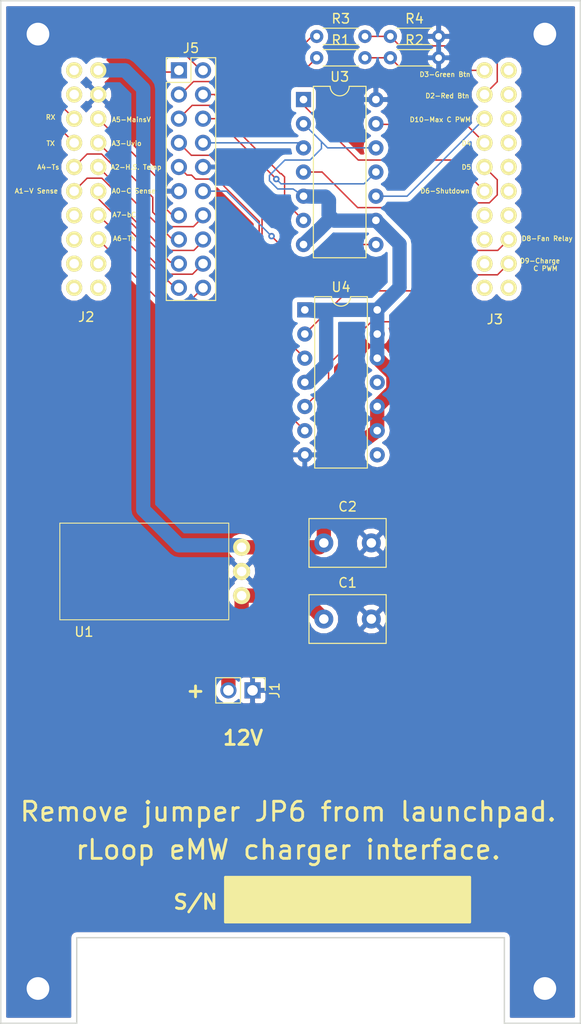
<source format=kicad_pcb>
(kicad_pcb (version 4) (host pcbnew 4.0.6)

  (general
    (links 54)
    (no_connects 0)
    (area 103.924999 37.424999 165.075001 145.075001)
    (thickness 1.6)
    (drawings 31)
    (tracks 204)
    (zones 0)
    (modules 14)
    (nets 52)
  )

  (page A4)
  (layers
    (0 F.Cu signal)
    (31 B.Cu signal)
    (36 B.SilkS user)
    (37 F.SilkS user)
    (38 B.Mask user)
    (39 F.Mask user)
    (44 Edge.Cuts user)
  )

  (setup
    (last_trace_width 0.1524)
    (user_trace_width 1.5)
    (trace_clearance 0.1524)
    (zone_clearance 0.5)
    (zone_45_only no)
    (trace_min 0.1524)
    (segment_width 0.2)
    (edge_width 0.15)
    (via_size 0.6858)
    (via_drill 0.3302)
    (via_min_size 0.6858)
    (via_min_drill 0.3302)
    (user_via 2 1.5)
    (uvia_size 0.762)
    (uvia_drill 0.508)
    (uvias_allowed no)
    (uvia_min_size 0)
    (uvia_min_drill 0)
    (pcb_text_width 0.3)
    (pcb_text_size 1.5 1.5)
    (mod_edge_width 0.15)
    (mod_text_size 1 1)
    (mod_text_width 0.15)
    (pad_size 1.7 1.7)
    (pad_drill 1.1)
    (pad_to_mask_clearance 0.2)
    (aux_axis_origin 0 0)
    (visible_elements 7FFEFFFF)
    (pcbplotparams
      (layerselection 0x010f0_80000001)
      (usegerberextensions false)
      (excludeedgelayer true)
      (linewidth 0.100000)
      (plotframeref false)
      (viasonmask false)
      (mode 1)
      (useauxorigin false)
      (hpglpennumber 1)
      (hpglpenspeed 20)
      (hpglpendiameter 15)
      (hpglpenoverlay 2)
      (psnegative false)
      (psa4output false)
      (plotreference true)
      (plotvalue true)
      (plotinvisibletext false)
      (padsonsilk false)
      (subtractmaskfromsilk false)
      (outputformat 1)
      (mirror false)
      (drillshape 0)
      (scaleselection 1)
      (outputdirectory "Lauchpad Shield Gerber/"))
  )

  (net 0 "")
  (net 1 GND)
  (net 2 +5V)
  (net 3 "Net-(J2-Pad2)")
  (net 4 "Net-(J2-Pad3)")
  (net 5 "Net-(J2-Pad4)")
  (net 6 "Net-(J2-Pad5)")
  (net 7 "Net-(J2-Pad6)")
  (net 8 "Net-(J3-Pad40)")
  (net 9 "Net-(J3-Pad39)")
  (net 10 "Net-(J3-Pad38)")
  (net 11 "Net-(J3-Pad37)")
  (net 12 "Net-(J3-Pad36)")
  (net 13 "Net-(J3-Pad35)")
  (net 14 "Net-(J3-Pad34)")
  (net 15 "Net-(J3-Pad33)")
  (net 16 "Net-(J2-Pad24)")
  (net 17 "Net-(J2-Pad23)")
  (net 18 "Net-(J2-Pad25)")
  (net 19 "Net-(J2-Pad26)")
  (net 20 "Net-(J2-Pad27)")
  (net 21 "Net-(J2-Pad28)")
  (net 22 +12V)
  (net 23 "Net-(J5-Pad3)")
  (net 24 "Net-(J5-Pad4)")
  (net 25 "Net-(J5-Pad5)")
  (net 26 "Net-(J5-Pad6)")
  (net 27 "Net-(J5-Pad7)")
  (net 28 "Net-(J5-Pad8)")
  (net 29 "Net-(J5-Pad9)")
  (net 30 "Net-(J2-Pad1)")
  (net 31 "Net-(J2-Pad7)")
  (net 32 "Net-(J2-Pad8)")
  (net 33 "Net-(J2-Pad9)")
  (net 34 "Net-(J2-Pad10)")
  (net 35 "Net-(J2-Pad29)")
  (net 36 "Net-(J2-Pad30)")
  (net 37 "Net-(J3-Pad32)")
  (net 38 "Net-(J3-Pad31)")
  (net 39 "Net-(J3-Pad20)")
  (net 40 "Net-(J3-Pad19)")
  (net 41 "Net-(J3-Pad18)")
  (net 42 "Net-(J3-Pad17)")
  (net 43 "Net-(J3-Pad16)")
  (net 44 "Net-(J3-Pad15)")
  (net 45 "Net-(J3-Pad14)")
  (net 46 "Net-(J3-Pad13)")
  (net 47 "Net-(J3-Pad12)")
  (net 48 "Net-(J3-Pad11)")
  (net 49 "Net-(U4-Pad8)")
  (net 50 "Net-(U4-Pad11)")
  (net 51 "Net-(J5-Pad12)")

  (net_class Default "This is the default net class."
    (clearance 0.1524)
    (trace_width 0.1524)
    (via_dia 0.6858)
    (via_drill 0.3302)
    (uvia_dia 0.762)
    (uvia_drill 0.508)
    (add_net +12V)
    (add_net +5V)
    (add_net GND)
    (add_net "Net-(J2-Pad1)")
    (add_net "Net-(J2-Pad10)")
    (add_net "Net-(J2-Pad2)")
    (add_net "Net-(J2-Pad23)")
    (add_net "Net-(J2-Pad24)")
    (add_net "Net-(J2-Pad25)")
    (add_net "Net-(J2-Pad26)")
    (add_net "Net-(J2-Pad27)")
    (add_net "Net-(J2-Pad28)")
    (add_net "Net-(J2-Pad29)")
    (add_net "Net-(J2-Pad3)")
    (add_net "Net-(J2-Pad30)")
    (add_net "Net-(J2-Pad4)")
    (add_net "Net-(J2-Pad5)")
    (add_net "Net-(J2-Pad6)")
    (add_net "Net-(J2-Pad7)")
    (add_net "Net-(J2-Pad8)")
    (add_net "Net-(J2-Pad9)")
    (add_net "Net-(J3-Pad11)")
    (add_net "Net-(J3-Pad12)")
    (add_net "Net-(J3-Pad13)")
    (add_net "Net-(J3-Pad14)")
    (add_net "Net-(J3-Pad15)")
    (add_net "Net-(J3-Pad16)")
    (add_net "Net-(J3-Pad17)")
    (add_net "Net-(J3-Pad18)")
    (add_net "Net-(J3-Pad19)")
    (add_net "Net-(J3-Pad20)")
    (add_net "Net-(J3-Pad31)")
    (add_net "Net-(J3-Pad32)")
    (add_net "Net-(J3-Pad33)")
    (add_net "Net-(J3-Pad34)")
    (add_net "Net-(J3-Pad35)")
    (add_net "Net-(J3-Pad36)")
    (add_net "Net-(J3-Pad37)")
    (add_net "Net-(J3-Pad38)")
    (add_net "Net-(J3-Pad39)")
    (add_net "Net-(J3-Pad40)")
    (add_net "Net-(J5-Pad12)")
    (add_net "Net-(J5-Pad3)")
    (add_net "Net-(J5-Pad4)")
    (add_net "Net-(J5-Pad5)")
    (add_net "Net-(J5-Pad6)")
    (add_net "Net-(J5-Pad7)")
    (add_net "Net-(J5-Pad8)")
    (add_net "Net-(J5-Pad9)")
    (add_net "Net-(U4-Pad11)")
    (add_net "Net-(U4-Pad8)")
  )

  (module eMW_Charger:RM57_Mounting_Hole (layer F.Cu) (tedit 59587197) (tstamp 597AC286)
    (at 107.92 141.34)
    (fp_text reference REF** (at 5.8 -0.2) (layer F.SilkS) hide
      (effects (font (size 1 1) (thickness 0.15)))
    )
    (fp_text value RM57_Mounting_Holes (at 9.7 -3) (layer F.Fab) hide
      (effects (font (size 1 1) (thickness 0.15)))
    )
    (pad 1 thru_hole circle (at 0 0) (size 4.572 4.572) (drill 2.3876) (layers *.Cu *.Mask))
    (pad 2 thru_hole circle (at 0 -100.33) (size 4.572 4.572) (drill 2.3876) (layers *.Cu *.Mask))
    (pad 3 thru_hole circle (at 53.34 -100.33) (size 4.572 4.572) (drill 2.3876) (layers *.Cu *.Mask))
    (pad 4 thru_hole circle (at 53.34 0) (size 4.572 4.572) (drill 2.3876) (layers *.Cu *.Mask))
  )

  (module Pin_Headers:Pin_Header_Straight_2x10_Pitch2.54mm (layer F.Cu) (tedit 59650532) (tstamp 59794AF4)
    (at 122.75 44.82)
    (descr "Through hole straight pin header, 2x10, 2.54mm pitch, double rows")
    (tags "Through hole pin header THT 2x10 2.54mm double row")
    (path /59796F8F)
    (fp_text reference J5 (at 1.27 -2.33) (layer F.SilkS)
      (effects (font (size 1 1) (thickness 0.15)))
    )
    (fp_text value CONN_02X10 (at 1.27 25.19) (layer F.Fab)
      (effects (font (size 1 1) (thickness 0.15)))
    )
    (fp_line (start 0 -1.27) (end 3.81 -1.27) (layer F.Fab) (width 0.1))
    (fp_line (start 3.81 -1.27) (end 3.81 24.13) (layer F.Fab) (width 0.1))
    (fp_line (start 3.81 24.13) (end -1.27 24.13) (layer F.Fab) (width 0.1))
    (fp_line (start -1.27 24.13) (end -1.27 0) (layer F.Fab) (width 0.1))
    (fp_line (start -1.27 0) (end 0 -1.27) (layer F.Fab) (width 0.1))
    (fp_line (start -1.33 24.19) (end 3.87 24.19) (layer F.SilkS) (width 0.12))
    (fp_line (start -1.33 1.27) (end -1.33 24.19) (layer F.SilkS) (width 0.12))
    (fp_line (start 3.87 -1.33) (end 3.87 24.19) (layer F.SilkS) (width 0.12))
    (fp_line (start -1.33 1.27) (end 1.27 1.27) (layer F.SilkS) (width 0.12))
    (fp_line (start 1.27 1.27) (end 1.27 -1.33) (layer F.SilkS) (width 0.12))
    (fp_line (start 1.27 -1.33) (end 3.87 -1.33) (layer F.SilkS) (width 0.12))
    (fp_line (start -1.33 0) (end -1.33 -1.33) (layer F.SilkS) (width 0.12))
    (fp_line (start -1.33 -1.33) (end 0 -1.33) (layer F.SilkS) (width 0.12))
    (fp_line (start -1.8 -1.8) (end -1.8 24.65) (layer F.CrtYd) (width 0.05))
    (fp_line (start -1.8 24.65) (end 4.35 24.65) (layer F.CrtYd) (width 0.05))
    (fp_line (start 4.35 24.65) (end 4.35 -1.8) (layer F.CrtYd) (width 0.05))
    (fp_line (start 4.35 -1.8) (end -1.8 -1.8) (layer F.CrtYd) (width 0.05))
    (fp_text user %R (at 1.27 11.43 90) (layer F.Fab)
      (effects (font (size 1 1) (thickness 0.15)))
    )
    (pad 1 thru_hole rect (at 0 0) (size 1.7 1.7) (drill 1) (layers *.Cu *.Mask)
      (net 4 "Net-(J2-Pad3)"))
    (pad 2 thru_hole oval (at 2.54 0) (size 1.7 1.7) (drill 1) (layers *.Cu *.Mask)
      (net 5 "Net-(J2-Pad4)"))
    (pad 3 thru_hole oval (at 0 2.54) (size 1.7 1.7) (drill 1) (layers *.Cu *.Mask)
      (net 23 "Net-(J5-Pad3)"))
    (pad 4 thru_hole oval (at 2.54 2.54) (size 1.7 1.7) (drill 1) (layers *.Cu *.Mask)
      (net 24 "Net-(J5-Pad4)"))
    (pad 5 thru_hole oval (at 0 5.08) (size 1.7 1.7) (drill 1) (layers *.Cu *.Mask)
      (net 25 "Net-(J5-Pad5)"))
    (pad 6 thru_hole oval (at 2.54 5.08) (size 1.7 1.7) (drill 1) (layers *.Cu *.Mask)
      (net 26 "Net-(J5-Pad6)"))
    (pad 7 thru_hole oval (at 0 7.62) (size 1.7 1.7) (drill 1) (layers *.Cu *.Mask)
      (net 27 "Net-(J5-Pad7)"))
    (pad 8 thru_hole oval (at 2.54 7.62) (size 1.7 1.7) (drill 1) (layers *.Cu *.Mask)
      (net 28 "Net-(J5-Pad8)"))
    (pad 9 thru_hole oval (at 0 10.16) (size 1.7 1.7) (drill 1) (layers *.Cu *.Mask)
      (net 29 "Net-(J5-Pad9)"))
    (pad 10 thru_hole oval (at 2.54 10.16) (size 1.7 1.7) (drill 1) (layers *.Cu *.Mask)
      (net 1 GND))
    (pad 11 thru_hole oval (at 0 12.7) (size 1.7 1.7) (drill 1) (layers *.Cu *.Mask)
      (net 1 GND))
    (pad 12 thru_hole oval (at 2.54 12.7) (size 1.7 1.7) (drill 1) (layers *.Cu *.Mask)
      (net 51 "Net-(J5-Pad12)"))
    (pad 13 thru_hole oval (at 0 15.24) (size 1.7 1.7) (drill 1) (layers *.Cu *.Mask)
      (net 17 "Net-(J2-Pad23)"))
    (pad 14 thru_hole oval (at 2.54 15.24) (size 1.7 1.7) (drill 1) (layers *.Cu *.Mask)
      (net 16 "Net-(J2-Pad24)"))
    (pad 15 thru_hole oval (at 0 17.78) (size 1.7 1.7) (drill 1) (layers *.Cu *.Mask)
      (net 6 "Net-(J2-Pad5)"))
    (pad 16 thru_hole oval (at 2.54 17.78) (size 1.7 1.7) (drill 1) (layers *.Cu *.Mask)
      (net 18 "Net-(J2-Pad25)"))
    (pad 17 thru_hole oval (at 0 20.32) (size 1.7 1.7) (drill 1) (layers *.Cu *.Mask)
      (net 7 "Net-(J2-Pad6)"))
    (pad 18 thru_hole oval (at 2.54 20.32) (size 1.7 1.7) (drill 1) (layers *.Cu *.Mask)
      (net 19 "Net-(J2-Pad26)"))
    (pad 19 thru_hole oval (at 0 22.86) (size 1.7 1.7) (drill 1) (layers *.Cu *.Mask)
      (net 20 "Net-(J2-Pad27)"))
    (pad 20 thru_hole oval (at 2.54 22.86) (size 1.7 1.7) (drill 1) (layers *.Cu *.Mask)
      (net 21 "Net-(J2-Pad28)"))
    (model ${KISYS3DMOD}/Pin_Headers.3dshapes/Pin_Header_Straight_2x10_Pitch2.54mm.wrl
      (at (xyz 0 0 0))
      (scale (xyz 1 1 1))
      (rotate (xyz 0 0 0))
    )
  )

  (module Pin_Headers:Pin_Header_Straight_1x02_Pitch2.54mm (layer F.Cu) (tedit 597ECBB7) (tstamp 5976D8E7)
    (at 130.5 110 270)
    (descr "Through hole straight pin header, 1x02, 2.54mm pitch, single row")
    (tags "Through hole pin header THT 1x02 2.54mm single row")
    (path /59765191)
    (fp_text reference J1 (at 0 -2.33 270) (layer F.SilkS)
      (effects (font (size 1 1) (thickness 0.15)))
    )
    (fp_text value CONN_01X02 (at 0 4.87 270) (layer F.Fab)
      (effects (font (size 1 1) (thickness 0.15)))
    )
    (fp_line (start -0.635 -1.27) (end 1.27 -1.27) (layer F.Fab) (width 0.1))
    (fp_line (start 1.27 -1.27) (end 1.27 3.81) (layer F.Fab) (width 0.1))
    (fp_line (start 1.27 3.81) (end -1.27 3.81) (layer F.Fab) (width 0.1))
    (fp_line (start -1.27 3.81) (end -1.27 -0.635) (layer F.Fab) (width 0.1))
    (fp_line (start -1.27 -0.635) (end -0.635 -1.27) (layer F.Fab) (width 0.1))
    (fp_line (start -1.33 3.87) (end 1.33 3.87) (layer F.SilkS) (width 0.12))
    (fp_line (start -1.33 1.27) (end -1.33 3.87) (layer F.SilkS) (width 0.12))
    (fp_line (start 1.33 1.27) (end 1.33 3.87) (layer F.SilkS) (width 0.12))
    (fp_line (start -1.33 1.27) (end 1.33 1.27) (layer F.SilkS) (width 0.12))
    (fp_line (start -1.33 0) (end -1.33 -1.33) (layer F.SilkS) (width 0.12))
    (fp_line (start -1.33 -1.33) (end 0 -1.33) (layer F.SilkS) (width 0.12))
    (fp_line (start -1.8 -1.8) (end -1.8 4.35) (layer F.CrtYd) (width 0.05))
    (fp_line (start -1.8 4.35) (end 1.8 4.35) (layer F.CrtYd) (width 0.05))
    (fp_line (start 1.8 4.35) (end 1.8 -1.8) (layer F.CrtYd) (width 0.05))
    (fp_line (start 1.8 -1.8) (end -1.8 -1.8) (layer F.CrtYd) (width 0.05))
    (fp_text user %R (at 0 1.27 360) (layer F.Fab)
      (effects (font (size 1 1) (thickness 0.15)))
    )
    (pad 1 thru_hole rect (at 0 0 270) (size 1.7 1.7) (drill 1.1) (layers *.Cu *.Mask)
      (net 1 GND))
    (pad 2 thru_hole oval (at 0 2.54 270) (size 1.7 1.7) (drill 1.1) (layers *.Cu *.Mask)
      (net 22 +12V))
    (model ${KISYS3DMOD}/Pin_Headers.3dshapes/Pin_Header_Straight_1x02_Pitch2.54mm.wrl
      (at (xyz 0 0 0))
      (scale (xyz 1 1 1))
      (rotate (xyz 0 0 0))
    )
  )

  (module Resistors_THT:R_Axial_DIN0204_L3.6mm_D1.6mm_P5.08mm_Horizontal (layer F.Cu) (tedit 5874F706) (tstamp 5976D91D)
    (at 137.25 43.5)
    (descr "Resistor, Axial_DIN0204 series, Axial, Horizontal, pin pitch=5.08mm, 0.16666666666666666W = 1/6W, length*diameter=3.6*1.6mm^2, http://cdn-reichelt.de/documents/datenblatt/B400/1_4W%23YAG.pdf")
    (tags "Resistor Axial_DIN0204 series Axial Horizontal pin pitch 5.08mm 0.16666666666666666W = 1/6W length 3.6mm diameter 1.6mm")
    (path /59743279)
    (fp_text reference R1 (at 2.54 -1.86) (layer F.SilkS)
      (effects (font (size 1 1) (thickness 0.15)))
    )
    (fp_text value "10k / 10% / TH" (at 2.54 1.86) (layer F.Fab)
      (effects (font (size 1 1) (thickness 0.15)))
    )
    (fp_line (start 0.74 -0.8) (end 0.74 0.8) (layer F.Fab) (width 0.1))
    (fp_line (start 0.74 0.8) (end 4.34 0.8) (layer F.Fab) (width 0.1))
    (fp_line (start 4.34 0.8) (end 4.34 -0.8) (layer F.Fab) (width 0.1))
    (fp_line (start 4.34 -0.8) (end 0.74 -0.8) (layer F.Fab) (width 0.1))
    (fp_line (start 0 0) (end 0.74 0) (layer F.Fab) (width 0.1))
    (fp_line (start 5.08 0) (end 4.34 0) (layer F.Fab) (width 0.1))
    (fp_line (start 0.68 -0.86) (end 4.4 -0.86) (layer F.SilkS) (width 0.12))
    (fp_line (start 0.68 0.86) (end 4.4 0.86) (layer F.SilkS) (width 0.12))
    (fp_line (start -0.95 -1.15) (end -0.95 1.15) (layer F.CrtYd) (width 0.05))
    (fp_line (start -0.95 1.15) (end 6.05 1.15) (layer F.CrtYd) (width 0.05))
    (fp_line (start 6.05 1.15) (end 6.05 -1.15) (layer F.CrtYd) (width 0.05))
    (fp_line (start 6.05 -1.15) (end -0.95 -1.15) (layer F.CrtYd) (width 0.05))
    (pad 1 thru_hole circle (at 0 0) (size 1.4 1.4) (drill 0.7) (layers *.Cu *.Mask)
      (net 24 "Net-(J5-Pad4)"))
    (pad 2 thru_hole oval (at 5.08 0) (size 1.4 1.4) (drill 0.7) (layers *.Cu *.Mask)
      (net 8 "Net-(J3-Pad40)"))
    (model ${KISYS3DMOD}/Resistors_THT.3dshapes/R_Axial_DIN0204_L3.6mm_D1.6mm_P5.08mm_Horizontal.wrl
      (at (xyz 0 0 0))
      (scale (xyz 0.393701 0.393701 0.393701))
      (rotate (xyz 0 0 0))
    )
  )

  (module Resistors_THT:R_Axial_DIN0204_L3.6mm_D1.6mm_P5.08mm_Horizontal (layer F.Cu) (tedit 5874F706) (tstamp 5976D923)
    (at 145 43.5)
    (descr "Resistor, Axial_DIN0204 series, Axial, Horizontal, pin pitch=5.08mm, 0.16666666666666666W = 1/6W, length*diameter=3.6*1.6mm^2, http://cdn-reichelt.de/documents/datenblatt/B400/1_4W%23YAG.pdf")
    (tags "Resistor Axial_DIN0204 series Axial Horizontal pin pitch 5.08mm 0.16666666666666666W = 1/6W length 3.6mm diameter 1.6mm")
    (path /597432A0)
    (fp_text reference R2 (at 2.54 -1.86) (layer F.SilkS)
      (effects (font (size 1 1) (thickness 0.15)))
    )
    (fp_text value "20k / 10% / TH" (at 2.54 1.86) (layer F.Fab)
      (effects (font (size 1 1) (thickness 0.15)))
    )
    (fp_line (start 0.74 -0.8) (end 0.74 0.8) (layer F.Fab) (width 0.1))
    (fp_line (start 0.74 0.8) (end 4.34 0.8) (layer F.Fab) (width 0.1))
    (fp_line (start 4.34 0.8) (end 4.34 -0.8) (layer F.Fab) (width 0.1))
    (fp_line (start 4.34 -0.8) (end 0.74 -0.8) (layer F.Fab) (width 0.1))
    (fp_line (start 0 0) (end 0.74 0) (layer F.Fab) (width 0.1))
    (fp_line (start 5.08 0) (end 4.34 0) (layer F.Fab) (width 0.1))
    (fp_line (start 0.68 -0.86) (end 4.4 -0.86) (layer F.SilkS) (width 0.12))
    (fp_line (start 0.68 0.86) (end 4.4 0.86) (layer F.SilkS) (width 0.12))
    (fp_line (start -0.95 -1.15) (end -0.95 1.15) (layer F.CrtYd) (width 0.05))
    (fp_line (start -0.95 1.15) (end 6.05 1.15) (layer F.CrtYd) (width 0.05))
    (fp_line (start 6.05 1.15) (end 6.05 -1.15) (layer F.CrtYd) (width 0.05))
    (fp_line (start 6.05 -1.15) (end -0.95 -1.15) (layer F.CrtYd) (width 0.05))
    (pad 1 thru_hole circle (at 0 0) (size 1.4 1.4) (drill 0.7) (layers *.Cu *.Mask)
      (net 8 "Net-(J3-Pad40)"))
    (pad 2 thru_hole oval (at 5.08 0) (size 1.4 1.4) (drill 0.7) (layers *.Cu *.Mask)
      (net 1 GND))
    (model ${KISYS3DMOD}/Resistors_THT.3dshapes/R_Axial_DIN0204_L3.6mm_D1.6mm_P5.08mm_Horizontal.wrl
      (at (xyz 0 0 0))
      (scale (xyz 0.393701 0.393701 0.393701))
      (rotate (xyz 0 0 0))
    )
  )

  (module Resistors_THT:R_Axial_DIN0204_L3.6mm_D1.6mm_P5.08mm_Horizontal (layer F.Cu) (tedit 5874F706) (tstamp 5976D929)
    (at 137.25 41.25)
    (descr "Resistor, Axial_DIN0204 series, Axial, Horizontal, pin pitch=5.08mm, 0.16666666666666666W = 1/6W, length*diameter=3.6*1.6mm^2, http://cdn-reichelt.de/documents/datenblatt/B400/1_4W%23YAG.pdf")
    (tags "Resistor Axial_DIN0204 series Axial Horizontal pin pitch 5.08mm 0.16666666666666666W = 1/6W length 3.6mm diameter 1.6mm")
    (path /59742FA5)
    (fp_text reference R3 (at 2.54 -1.86) (layer F.SilkS)
      (effects (font (size 1 1) (thickness 0.15)))
    )
    (fp_text value "10k / 10% / TH" (at 2.54 1.86) (layer F.Fab)
      (effects (font (size 1 1) (thickness 0.15)))
    )
    (fp_line (start 0.74 -0.8) (end 0.74 0.8) (layer F.Fab) (width 0.1))
    (fp_line (start 0.74 0.8) (end 4.34 0.8) (layer F.Fab) (width 0.1))
    (fp_line (start 4.34 0.8) (end 4.34 -0.8) (layer F.Fab) (width 0.1))
    (fp_line (start 4.34 -0.8) (end 0.74 -0.8) (layer F.Fab) (width 0.1))
    (fp_line (start 0 0) (end 0.74 0) (layer F.Fab) (width 0.1))
    (fp_line (start 5.08 0) (end 4.34 0) (layer F.Fab) (width 0.1))
    (fp_line (start 0.68 -0.86) (end 4.4 -0.86) (layer F.SilkS) (width 0.12))
    (fp_line (start 0.68 0.86) (end 4.4 0.86) (layer F.SilkS) (width 0.12))
    (fp_line (start -0.95 -1.15) (end -0.95 1.15) (layer F.CrtYd) (width 0.05))
    (fp_line (start -0.95 1.15) (end 6.05 1.15) (layer F.CrtYd) (width 0.05))
    (fp_line (start 6.05 1.15) (end 6.05 -1.15) (layer F.CrtYd) (width 0.05))
    (fp_line (start 6.05 -1.15) (end -0.95 -1.15) (layer F.CrtYd) (width 0.05))
    (pad 1 thru_hole circle (at 0 0) (size 1.4 1.4) (drill 0.7) (layers *.Cu *.Mask)
      (net 23 "Net-(J5-Pad3)"))
    (pad 2 thru_hole oval (at 5.08 0) (size 1.4 1.4) (drill 0.7) (layers *.Cu *.Mask)
      (net 9 "Net-(J3-Pad39)"))
    (model ${KISYS3DMOD}/Resistors_THT.3dshapes/R_Axial_DIN0204_L3.6mm_D1.6mm_P5.08mm_Horizontal.wrl
      (at (xyz 0 0 0))
      (scale (xyz 0.393701 0.393701 0.393701))
      (rotate (xyz 0 0 0))
    )
  )

  (module Resistors_THT:R_Axial_DIN0204_L3.6mm_D1.6mm_P5.08mm_Horizontal (layer F.Cu) (tedit 5874F706) (tstamp 5976D92F)
    (at 145 41.25)
    (descr "Resistor, Axial_DIN0204 series, Axial, Horizontal, pin pitch=5.08mm, 0.16666666666666666W = 1/6W, length*diameter=3.6*1.6mm^2, http://cdn-reichelt.de/documents/datenblatt/B400/1_4W%23YAG.pdf")
    (tags "Resistor Axial_DIN0204 series Axial Horizontal pin pitch 5.08mm 0.16666666666666666W = 1/6W length 3.6mm diameter 1.6mm")
    (path /59742F49)
    (fp_text reference R4 (at 2.54 -1.86) (layer F.SilkS)
      (effects (font (size 1 1) (thickness 0.15)))
    )
    (fp_text value "20k / 10% / TH" (at 2.54 1.86) (layer F.Fab)
      (effects (font (size 1 1) (thickness 0.15)))
    )
    (fp_line (start 0.74 -0.8) (end 0.74 0.8) (layer F.Fab) (width 0.1))
    (fp_line (start 0.74 0.8) (end 4.34 0.8) (layer F.Fab) (width 0.1))
    (fp_line (start 4.34 0.8) (end 4.34 -0.8) (layer F.Fab) (width 0.1))
    (fp_line (start 4.34 -0.8) (end 0.74 -0.8) (layer F.Fab) (width 0.1))
    (fp_line (start 0 0) (end 0.74 0) (layer F.Fab) (width 0.1))
    (fp_line (start 5.08 0) (end 4.34 0) (layer F.Fab) (width 0.1))
    (fp_line (start 0.68 -0.86) (end 4.4 -0.86) (layer F.SilkS) (width 0.12))
    (fp_line (start 0.68 0.86) (end 4.4 0.86) (layer F.SilkS) (width 0.12))
    (fp_line (start -0.95 -1.15) (end -0.95 1.15) (layer F.CrtYd) (width 0.05))
    (fp_line (start -0.95 1.15) (end 6.05 1.15) (layer F.CrtYd) (width 0.05))
    (fp_line (start 6.05 1.15) (end 6.05 -1.15) (layer F.CrtYd) (width 0.05))
    (fp_line (start 6.05 -1.15) (end -0.95 -1.15) (layer F.CrtYd) (width 0.05))
    (pad 1 thru_hole circle (at 0 0) (size 1.4 1.4) (drill 0.7) (layers *.Cu *.Mask)
      (net 9 "Net-(J3-Pad39)"))
    (pad 2 thru_hole oval (at 5.08 0) (size 1.4 1.4) (drill 0.7) (layers *.Cu *.Mask)
      (net 1 GND))
    (model ${KISYS3DMOD}/Resistors_THT.3dshapes/R_Axial_DIN0204_L3.6mm_D1.6mm_P5.08mm_Horizontal.wrl
      (at (xyz 0 0 0))
      (scale (xyz 0.393701 0.393701 0.393701))
      (rotate (xyz 0 0 0))
    )
  )

  (module eMW_Charger:V7805-2000R (layer F.Cu) (tedit 5976D588) (tstamp 5976D93A)
    (at 128 97.5 180)
    (path /5974381A)
    (fp_text reference U1 (at 15.24 -6.35 180) (layer F.SilkS)
      (effects (font (size 1 1) (thickness 0.15)))
    )
    (fp_text value V7805-2000R (at 5.08 -6.35 180) (layer F.Fab)
      (effects (font (size 1 1) (thickness 0.15)))
    )
    (fp_line (start 0 -5.08) (end 17.78 -5.08) (layer F.SilkS) (width 0.1))
    (fp_line (start 17.78 -5.08) (end 17.78 5.08) (layer F.SilkS) (width 0.1))
    (fp_line (start 17.78 5.08) (end 0 5.08) (layer F.SilkS) (width 0.1))
    (fp_line (start 0 -5.08) (end 0 5.08) (layer F.SilkS) (width 0.1))
    (pad 2 thru_hole circle (at -1.35 0 180) (size 1.8 1.8) (drill 1) (layers *.Cu *.Mask F.SilkS)
      (net 1 GND))
    (pad 1 thru_hole circle (at -1.35 -2.54 180) (size 1.8 1.8) (drill 1) (layers *.Cu *.Mask F.SilkS)
      (net 22 +12V))
    (pad 3 thru_hole circle (at -1.35 2.54 180) (size 1.8 1.8) (drill 1) (layers *.Cu *.Mask F.SilkS)
      (net 2 +5V))
  )

  (module Housings_DIP:DIP-14_W7.62mm (layer F.Cu) (tedit 58CC8E2C) (tstamp 5976D9D7)
    (at 135.86 47.89)
    (descr "14-lead dip package, row spacing 7.62 mm (300 mils)")
    (tags "DIL DIP PDIP 2.54mm 7.62mm 300mil")
    (path /59742C3C)
    (fp_text reference U3 (at 3.81 -2.39) (layer F.SilkS)
      (effects (font (size 1 1) (thickness 0.15)))
    )
    (fp_text value SN74ACT08N (at 3.81 17.63) (layer F.Fab)
      (effects (font (size 1 1) (thickness 0.15)))
    )
    (fp_text user %R (at 3.81 7.62) (layer F.Fab)
      (effects (font (size 1 1) (thickness 0.15)))
    )
    (fp_line (start 1.635 -1.27) (end 6.985 -1.27) (layer F.Fab) (width 0.1))
    (fp_line (start 6.985 -1.27) (end 6.985 16.51) (layer F.Fab) (width 0.1))
    (fp_line (start 6.985 16.51) (end 0.635 16.51) (layer F.Fab) (width 0.1))
    (fp_line (start 0.635 16.51) (end 0.635 -0.27) (layer F.Fab) (width 0.1))
    (fp_line (start 0.635 -0.27) (end 1.635 -1.27) (layer F.Fab) (width 0.1))
    (fp_line (start 2.81 -1.39) (end 1.04 -1.39) (layer F.SilkS) (width 0.12))
    (fp_line (start 1.04 -1.39) (end 1.04 16.63) (layer F.SilkS) (width 0.12))
    (fp_line (start 1.04 16.63) (end 6.58 16.63) (layer F.SilkS) (width 0.12))
    (fp_line (start 6.58 16.63) (end 6.58 -1.39) (layer F.SilkS) (width 0.12))
    (fp_line (start 6.58 -1.39) (end 4.81 -1.39) (layer F.SilkS) (width 0.12))
    (fp_line (start -1.1 -1.6) (end -1.1 16.8) (layer F.CrtYd) (width 0.05))
    (fp_line (start -1.1 16.8) (end 8.7 16.8) (layer F.CrtYd) (width 0.05))
    (fp_line (start 8.7 16.8) (end 8.7 -1.6) (layer F.CrtYd) (width 0.05))
    (fp_line (start 8.7 -1.6) (end -1.1 -1.6) (layer F.CrtYd) (width 0.05))
    (fp_arc (start 3.81 -1.39) (end 2.81 -1.39) (angle -180) (layer F.SilkS) (width 0.12))
    (pad 1 thru_hole rect (at 0 0) (size 1.6 1.6) (drill 0.8) (layers *.Cu *.Mask)
      (net 13 "Net-(J3-Pad35)"))
    (pad 8 thru_hole oval (at 7.62 15.24) (size 1.6 1.6) (drill 0.8) (layers *.Cu *.Mask)
      (net 51 "Net-(J5-Pad12)"))
    (pad 2 thru_hole oval (at 0 2.54) (size 1.6 1.6) (drill 0.8) (layers *.Cu *.Mask)
      (net 2 +5V))
    (pad 9 thru_hole oval (at 7.62 12.7) (size 1.6 1.6) (drill 0.8) (layers *.Cu *.Mask)
      (net 2 +5V))
    (pad 3 thru_hole oval (at 0 5.08) (size 1.6 1.6) (drill 0.8) (layers *.Cu *.Mask)
      (net 28 "Net-(J5-Pad8)"))
    (pad 10 thru_hole oval (at 7.62 10.16) (size 1.6 1.6) (drill 0.8) (layers *.Cu *.Mask)
      (net 10 "Net-(J3-Pad38)"))
    (pad 4 thru_hole oval (at 0 7.62) (size 1.6 1.6) (drill 0.8) (layers *.Cu *.Mask)
      (net 12 "Net-(J3-Pad36)"))
    (pad 11 thru_hole oval (at 7.62 7.62) (size 1.6 1.6) (drill 0.8) (layers *.Cu *.Mask)
      (net 26 "Net-(J5-Pad6)"))
    (pad 5 thru_hole oval (at 0 10.16) (size 1.6 1.6) (drill 0.8) (layers *.Cu *.Mask)
      (net 2 +5V))
    (pad 12 thru_hole oval (at 7.62 5.08) (size 1.6 1.6) (drill 0.8) (layers *.Cu *.Mask)
      (net 2 +5V))
    (pad 6 thru_hole oval (at 0 12.7) (size 1.6 1.6) (drill 0.8) (layers *.Cu *.Mask)
      (net 25 "Net-(J5-Pad5)"))
    (pad 13 thru_hole oval (at 7.62 2.54) (size 1.6 1.6) (drill 0.8) (layers *.Cu *.Mask)
      (net 11 "Net-(J3-Pad37)"))
    (pad 7 thru_hole oval (at 0 15.24) (size 1.6 1.6) (drill 0.8) (layers *.Cu *.Mask)
      (net 2 +5V))
    (pad 14 thru_hole oval (at 7.62 0) (size 1.6 1.6) (drill 0.8) (layers *.Cu *.Mask)
      (net 1 GND))
    (model ${KISYS3DMOD}/Housings_DIP.3dshapes/DIP-14_W7.62mm.wrl
      (at (xyz 0 0 0))
      (scale (xyz 1 1 1))
      (rotate (xyz 0 0 0))
    )
  )

  (module Housings_DIP:DIP-14_W7.62mm (layer F.Cu) (tedit 58CC8E2C) (tstamp 5976D9E8)
    (at 136 70)
    (descr "14-lead dip package, row spacing 7.62 mm (300 mils)")
    (tags "DIL DIP PDIP 2.54mm 7.62mm 300mil")
    (path /59742C8F)
    (fp_text reference U4 (at 3.81 -2.39) (layer F.SilkS)
      (effects (font (size 1 1) (thickness 0.15)))
    )
    (fp_text value SN74ACT08N (at 3.81 17.63) (layer F.Fab)
      (effects (font (size 1 1) (thickness 0.15)))
    )
    (fp_text user %R (at 3.81 7.62) (layer F.Fab)
      (effects (font (size 1 1) (thickness 0.15)))
    )
    (fp_line (start 1.635 -1.27) (end 6.985 -1.27) (layer F.Fab) (width 0.1))
    (fp_line (start 6.985 -1.27) (end 6.985 16.51) (layer F.Fab) (width 0.1))
    (fp_line (start 6.985 16.51) (end 0.635 16.51) (layer F.Fab) (width 0.1))
    (fp_line (start 0.635 16.51) (end 0.635 -0.27) (layer F.Fab) (width 0.1))
    (fp_line (start 0.635 -0.27) (end 1.635 -1.27) (layer F.Fab) (width 0.1))
    (fp_line (start 2.81 -1.39) (end 1.04 -1.39) (layer F.SilkS) (width 0.12))
    (fp_line (start 1.04 -1.39) (end 1.04 16.63) (layer F.SilkS) (width 0.12))
    (fp_line (start 1.04 16.63) (end 6.58 16.63) (layer F.SilkS) (width 0.12))
    (fp_line (start 6.58 16.63) (end 6.58 -1.39) (layer F.SilkS) (width 0.12))
    (fp_line (start 6.58 -1.39) (end 4.81 -1.39) (layer F.SilkS) (width 0.12))
    (fp_line (start -1.1 -1.6) (end -1.1 16.8) (layer F.CrtYd) (width 0.05))
    (fp_line (start -1.1 16.8) (end 8.7 16.8) (layer F.CrtYd) (width 0.05))
    (fp_line (start 8.7 16.8) (end 8.7 -1.6) (layer F.CrtYd) (width 0.05))
    (fp_line (start 8.7 -1.6) (end -1.1 -1.6) (layer F.CrtYd) (width 0.05))
    (fp_arc (start 3.81 -1.39) (end 2.81 -1.39) (angle -180) (layer F.SilkS) (width 0.12))
    (pad 1 thru_hole rect (at 0 0) (size 1.6 1.6) (drill 0.8) (layers *.Cu *.Mask)
      (net 2 +5V))
    (pad 8 thru_hole oval (at 7.62 15.24) (size 1.6 1.6) (drill 0.8) (layers *.Cu *.Mask)
      (net 49 "Net-(U4-Pad8)"))
    (pad 2 thru_hole oval (at 0 2.54) (size 1.6 1.6) (drill 0.8) (layers *.Cu *.Mask)
      (net 46 "Net-(J3-Pad13)"))
    (pad 9 thru_hole oval (at 7.62 12.7) (size 1.6 1.6) (drill 0.8) (layers *.Cu *.Mask)
      (net 2 +5V))
    (pad 3 thru_hole oval (at 0 5.08) (size 1.6 1.6) (drill 0.8) (layers *.Cu *.Mask)
      (net 27 "Net-(J5-Pad7)"))
    (pad 10 thru_hole oval (at 7.62 10.16) (size 1.6 1.6) (drill 0.8) (layers *.Cu *.Mask)
      (net 2 +5V))
    (pad 4 thru_hole oval (at 0 7.62) (size 1.6 1.6) (drill 0.8) (layers *.Cu *.Mask)
      (net 2 +5V))
    (pad 11 thru_hole oval (at 7.62 7.62) (size 1.6 1.6) (drill 0.8) (layers *.Cu *.Mask)
      (net 50 "Net-(U4-Pad11)"))
    (pad 5 thru_hole oval (at 0 10.16) (size 1.6 1.6) (drill 0.8) (layers *.Cu *.Mask)
      (net 47 "Net-(J3-Pad12)"))
    (pad 12 thru_hole oval (at 7.62 5.08) (size 1.6 1.6) (drill 0.8) (layers *.Cu *.Mask)
      (net 2 +5V))
    (pad 6 thru_hole oval (at 0 12.7) (size 1.6 1.6) (drill 0.8) (layers *.Cu *.Mask)
      (net 29 "Net-(J5-Pad9)"))
    (pad 13 thru_hole oval (at 7.62 2.54) (size 1.6 1.6) (drill 0.8) (layers *.Cu *.Mask)
      (net 2 +5V))
    (pad 7 thru_hole oval (at 0 15.24) (size 1.6 1.6) (drill 0.8) (layers *.Cu *.Mask)
      (net 1 GND))
    (pad 14 thru_hole oval (at 7.62 0) (size 1.6 1.6) (drill 0.8) (layers *.Cu *.Mask)
      (net 2 +5V))
    (model ${KISYS3DMOD}/Housings_DIP.3dshapes/DIP-14_W7.62mm.wrl
      (at (xyz 0 0 0))
      (scale (xyz 1 1 1))
      (rotate (xyz 0 0 0))
    )
  )

  (module eMW_Charger:6-146256-0 (layer F.Cu) (tedit 597ECFBF) (tstamp 5976DCBF)
    (at 113 56.25 270)
    (path /59753F21)
    (fp_text reference J2 (at 14.5 0 360) (layer F.SilkS)
      (effects (font (size 1 1) (thickness 0.15)))
    )
    (fp_text value Booster_J1_J3 (at 0 -3.81 270) (layer F.Fab)
      (effects (font (size 1 1) (thickness 0.15)))
    )
    (pad 1 thru_hole circle (at -11.43 1.27 270) (size 1.7 1.7) (drill 1) (layers *.Cu *.Mask F.SilkS)
      (net 30 "Net-(J2-Pad1)"))
    (pad 2 thru_hole circle (at -8.89 1.27 270) (size 1.7 1.7) (drill 1) (layers *.Cu *.Mask F.SilkS)
      (net 3 "Net-(J2-Pad2)"))
    (pad 3 thru_hole circle (at -6.35 1.27 270) (size 1.7 1.7) (drill 1) (layers *.Cu *.Mask F.SilkS)
      (net 4 "Net-(J2-Pad3)"))
    (pad 4 thru_hole circle (at -3.81 1.27 270) (size 1.7 1.7) (drill 1) (layers *.Cu *.Mask F.SilkS)
      (net 5 "Net-(J2-Pad4)"))
    (pad 5 thru_hole circle (at -1.27 1.27 270) (size 1.7 1.7) (drill 1) (layers *.Cu *.Mask F.SilkS)
      (net 6 "Net-(J2-Pad5)"))
    (pad 6 thru_hole circle (at 1.27 1.27 270) (size 1.7 1.7) (drill 1) (layers *.Cu *.Mask F.SilkS)
      (net 7 "Net-(J2-Pad6)"))
    (pad 7 thru_hole circle (at 3.81 1.27 270) (size 1.7 1.7) (drill 1) (layers *.Cu *.Mask F.SilkS)
      (net 31 "Net-(J2-Pad7)"))
    (pad 8 thru_hole circle (at 6.35 1.27 270) (size 1.7 1.7) (drill 1) (layers *.Cu *.Mask F.SilkS)
      (net 32 "Net-(J2-Pad8)"))
    (pad 9 thru_hole circle (at 8.89 1.27 270) (size 1.7 1.7) (drill 1) (layers *.Cu *.Mask F.SilkS)
      (net 33 "Net-(J2-Pad9)"))
    (pad 10 thru_hole circle (at 11.43 1.27 270) (size 1.7 1.7) (drill 1) (layers *.Cu *.Mask F.SilkS)
      (net 34 "Net-(J2-Pad10)"))
    (pad 21 thru_hole circle (at -11.43 -1.27 270) (size 1.7 1.7) (drill 1) (layers *.Cu *.Mask F.SilkS)
      (net 2 +5V))
    (pad 22 thru_hole circle (at -8.89 -1.27 270) (size 1.7 1.7) (drill 1) (layers *.Cu *.Mask F.SilkS)
      (net 1 GND))
    (pad 23 thru_hole circle (at -6.35 -1.27 270) (size 1.7 1.7) (drill 1) (layers *.Cu *.Mask F.SilkS)
      (net 17 "Net-(J2-Pad23)"))
    (pad 24 thru_hole circle (at -3.81 -1.27 270) (size 1.7 1.7) (drill 1) (layers *.Cu *.Mask F.SilkS)
      (net 16 "Net-(J2-Pad24)"))
    (pad 25 thru_hole circle (at -1.27 -1.27 270) (size 1.7 1.7) (drill 1) (layers *.Cu *.Mask F.SilkS)
      (net 18 "Net-(J2-Pad25)"))
    (pad 26 thru_hole circle (at 1.27 -1.27 270) (size 1.7 1.7) (drill 1) (layers *.Cu *.Mask F.SilkS)
      (net 19 "Net-(J2-Pad26)"))
    (pad 27 thru_hole circle (at 3.81 -1.27 270) (size 1.7 1.7) (drill 1) (layers *.Cu *.Mask F.SilkS)
      (net 20 "Net-(J2-Pad27)"))
    (pad 28 thru_hole circle (at 6.35 -1.27 270) (size 1.7 1.7) (drill 1) (layers *.Cu *.Mask F.SilkS)
      (net 21 "Net-(J2-Pad28)"))
    (pad 29 thru_hole circle (at 8.89 -1.27 270) (size 1.7 1.7) (drill 1) (layers *.Cu *.Mask F.SilkS)
      (net 35 "Net-(J2-Pad29)"))
    (pad 30 thru_hole circle (at 11.43 -1.27 270) (size 1.7 1.7) (drill 1) (layers *.Cu *.Mask F.SilkS)
      (net 36 "Net-(J2-Pad30)"))
  )

  (module eMW_Charger:6-146256-0_40-31_20_11 (layer F.Cu) (tedit 597ED188) (tstamp 5976DCD6)
    (at 156.18 56.25 270)
    (path /59753F62)
    (fp_text reference J3 (at 14.75 0.18 360) (layer F.SilkS)
      (effects (font (size 1 1) (thickness 0.15)))
    )
    (fp_text value Booster_J4_J2 (at 0 -3.81 270) (layer F.Fab)
      (effects (font (size 1 1) (thickness 0.15)))
    )
    (pad 40 thru_hole circle (at -11.43 1.27 270) (size 1.7 1.7) (drill 1) (layers *.Cu *.Mask F.SilkS)
      (net 8 "Net-(J3-Pad40)"))
    (pad 39 thru_hole circle (at -8.89 1.27 270) (size 1.7 1.7) (drill 1) (layers *.Cu *.Mask F.SilkS)
      (net 9 "Net-(J3-Pad39)"))
    (pad 38 thru_hole circle (at -6.35 1.27 270) (size 1.7 1.7) (drill 1) (layers *.Cu *.Mask F.SilkS)
      (net 10 "Net-(J3-Pad38)"))
    (pad 37 thru_hole circle (at -3.81 1.27 270) (size 1.7 1.7) (drill 1) (layers *.Cu *.Mask F.SilkS)
      (net 11 "Net-(J3-Pad37)"))
    (pad 36 thru_hole circle (at -1.27 1.27 270) (size 1.7 1.7) (drill 1) (layers *.Cu *.Mask F.SilkS)
      (net 12 "Net-(J3-Pad36)"))
    (pad 35 thru_hole circle (at 1.27 1.27 270) (size 1.7 1.7) (drill 1) (layers *.Cu *.Mask F.SilkS)
      (net 13 "Net-(J3-Pad35)"))
    (pad 34 thru_hole circle (at 3.81 1.27 270) (size 1.7 1.7) (drill 1) (layers *.Cu *.Mask F.SilkS)
      (net 14 "Net-(J3-Pad34)"))
    (pad 33 thru_hole circle (at 6.35 1.27 270) (size 1.7 1.7) (drill 1) (layers *.Cu *.Mask F.SilkS)
      (net 15 "Net-(J3-Pad33)"))
    (pad 32 thru_hole circle (at 8.89 1.27 270) (size 1.7 1.7) (drill 1) (layers *.Cu *.Mask F.SilkS)
      (net 37 "Net-(J3-Pad32)"))
    (pad 31 thru_hole circle (at 11.43 1.27 270) (size 1.7 1.7) (drill 1) (layers *.Cu *.Mask F.SilkS)
      (net 38 "Net-(J3-Pad31)"))
    (pad 20 thru_hole circle (at -11.43 -1.27 270) (size 1.7 1.7) (drill 1) (layers *.Cu *.Mask F.SilkS)
      (net 39 "Net-(J3-Pad20)"))
    (pad 19 thru_hole circle (at -8.89 -1.27 270) (size 1.7 1.7) (drill 1) (layers *.Cu *.Mask F.SilkS)
      (net 40 "Net-(J3-Pad19)"))
    (pad 18 thru_hole circle (at -6.35 -1.27 270) (size 1.7 1.7) (drill 1) (layers *.Cu *.Mask F.SilkS)
      (net 41 "Net-(J3-Pad18)"))
    (pad 17 thru_hole circle (at -3.81 -1.27 270) (size 1.7 1.7) (drill 1) (layers *.Cu *.Mask F.SilkS)
      (net 42 "Net-(J3-Pad17)"))
    (pad 16 thru_hole circle (at -1.27 -1.27 270) (size 1.7 1.7) (drill 1) (layers *.Cu *.Mask F.SilkS)
      (net 43 "Net-(J3-Pad16)"))
    (pad 15 thru_hole circle (at 1.27 -1.27 270) (size 1.7 1.7) (drill 1) (layers *.Cu *.Mask F.SilkS)
      (net 44 "Net-(J3-Pad15)"))
    (pad 14 thru_hole circle (at 3.81 -1.27 270) (size 1.7 1.7) (drill 1) (layers *.Cu *.Mask F.SilkS)
      (net 45 "Net-(J3-Pad14)"))
    (pad 13 thru_hole circle (at 6.35 -1.27 270) (size 1.7 1.7) (drill 1) (layers *.Cu *.Mask F.SilkS)
      (net 46 "Net-(J3-Pad13)"))
    (pad 12 thru_hole circle (at 8.89 -1.27 270) (size 1.7 1.7) (drill 1) (layers *.Cu *.Mask F.SilkS)
      (net 47 "Net-(J3-Pad12)"))
    (pad 11 thru_hole circle (at 11.43 -1.27 270) (size 1.7 1.7) (drill 1) (layers *.Cu *.Mask F.SilkS)
      (net 48 "Net-(J3-Pad11)"))
  )

  (module Capacitors_THT:C_Disc_D8.0mm_W5.0mm_P5.00mm (layer F.Cu) (tedit 5977CF69) (tstamp 597AD496)
    (at 138 102.5)
    (descr "C, Disc series, Radial, pin pitch=5.00mm, , diameter*width=8*5.0mm^2, Capacitor, http://www.vishay.com/docs/28535/vy2series.pdf")
    (tags "C Disc series Radial pin pitch 5.00mm  diameter 8mm width 5.0mm Capacitor")
    (path /59759984)
    (fp_text reference C1 (at 2.5 -3.81) (layer F.SilkS)
      (effects (font (size 1 1) (thickness 0.15)))
    )
    (fp_text value "10 uF / 25V / TH" (at 2.5 3.81) (layer F.Fab)
      (effects (font (size 1 1) (thickness 0.15)))
    )
    (fp_line (start -1.5 -2.5) (end -1.5 2.5) (layer F.Fab) (width 0.1))
    (fp_line (start -1.5 2.5) (end 6.5 2.5) (layer F.Fab) (width 0.1))
    (fp_line (start 6.5 2.5) (end 6.5 -2.5) (layer F.Fab) (width 0.1))
    (fp_line (start 6.5 -2.5) (end -1.5 -2.5) (layer F.Fab) (width 0.1))
    (fp_line (start -1.56 -2.56) (end 6.56 -2.56) (layer F.SilkS) (width 0.12))
    (fp_line (start -1.56 2.56) (end 6.56 2.56) (layer F.SilkS) (width 0.12))
    (fp_line (start -1.56 -2.56) (end -1.56 2.56) (layer F.SilkS) (width 0.12))
    (fp_line (start 6.56 -2.56) (end 6.56 2.56) (layer F.SilkS) (width 0.12))
    (fp_line (start -1.85 -2.85) (end -1.85 2.85) (layer F.CrtYd) (width 0.05))
    (fp_line (start -1.85 2.85) (end 6.85 2.85) (layer F.CrtYd) (width 0.05))
    (fp_line (start 6.85 2.85) (end 6.85 -2.85) (layer F.CrtYd) (width 0.05))
    (fp_line (start 6.85 -2.85) (end -1.85 -2.85) (layer F.CrtYd) (width 0.05))
    (fp_text user %R (at 2.5 0) (layer F.Fab)
      (effects (font (size 1 1) (thickness 0.15)))
    )
    (pad 1 thru_hole circle (at 0 0) (size 2 2) (drill 1) (layers *.Cu *.Mask)
      (net 22 +12V))
    (pad 2 thru_hole circle (at 5 0) (size 2 2) (drill 1) (layers *.Cu *.Mask)
      (net 1 GND))
    (model ${KISYS3DMOD}/Capacitors_THT.3dshapes/C_Disc_D8.0mm_W5.0mm_P5.00mm.wrl
      (at (xyz 0 0 0))
      (scale (xyz 0.393701 0.393701 0.393701))
      (rotate (xyz 0 0 0))
    )
  )

  (module Capacitors_THT:C_Disc_D8.0mm_W5.0mm_P5.00mm (layer F.Cu) (tedit 5977CF69) (tstamp 597AD49B)
    (at 138 94.5)
    (descr "C, Disc series, Radial, pin pitch=5.00mm, , diameter*width=8*5.0mm^2, Capacitor, http://www.vishay.com/docs/28535/vy2series.pdf")
    (tags "C Disc series Radial pin pitch 5.00mm  diameter 8mm width 5.0mm Capacitor")
    (path /597599F0)
    (fp_text reference C2 (at 2.5 -3.81) (layer F.SilkS)
      (effects (font (size 1 1) (thickness 0.15)))
    )
    (fp_text value "22 uF / 16V / TH" (at 2.5 3.81) (layer F.Fab)
      (effects (font (size 1 1) (thickness 0.15)))
    )
    (fp_line (start -1.5 -2.5) (end -1.5 2.5) (layer F.Fab) (width 0.1))
    (fp_line (start -1.5 2.5) (end 6.5 2.5) (layer F.Fab) (width 0.1))
    (fp_line (start 6.5 2.5) (end 6.5 -2.5) (layer F.Fab) (width 0.1))
    (fp_line (start 6.5 -2.5) (end -1.5 -2.5) (layer F.Fab) (width 0.1))
    (fp_line (start -1.56 -2.56) (end 6.56 -2.56) (layer F.SilkS) (width 0.12))
    (fp_line (start -1.56 2.56) (end 6.56 2.56) (layer F.SilkS) (width 0.12))
    (fp_line (start -1.56 -2.56) (end -1.56 2.56) (layer F.SilkS) (width 0.12))
    (fp_line (start 6.56 -2.56) (end 6.56 2.56) (layer F.SilkS) (width 0.12))
    (fp_line (start -1.85 -2.85) (end -1.85 2.85) (layer F.CrtYd) (width 0.05))
    (fp_line (start -1.85 2.85) (end 6.85 2.85) (layer F.CrtYd) (width 0.05))
    (fp_line (start 6.85 2.85) (end 6.85 -2.85) (layer F.CrtYd) (width 0.05))
    (fp_line (start 6.85 -2.85) (end -1.85 -2.85) (layer F.CrtYd) (width 0.05))
    (fp_text user %R (at 2.5 0) (layer F.Fab)
      (effects (font (size 1 1) (thickness 0.15)))
    )
    (pad 1 thru_hole circle (at 0 0) (size 2 2) (drill 1) (layers *.Cu *.Mask)
      (net 2 +5V))
    (pad 2 thru_hole circle (at 5 0) (size 2 2) (drill 1) (layers *.Cu *.Mask)
      (net 1 GND))
    (model ${KISYS3DMOD}/Capacitors_THT.3dshapes/C_Disc_D8.0mm_W5.0mm_P5.00mm.wrl
      (at (xyz 0 0 0))
      (scale (xyz 0.393701 0.393701 0.393701))
      (rotate (xyz 0 0 0))
    )
  )

  (gr_text + (at 124.5 110) (layer F.SilkS)
    (effects (font (size 1.5 1.5) (thickness 0.3)))
  )
  (gr_text 12V (at 129.5 115) (layer F.SilkS)
    (effects (font (size 1.5 1.5) (thickness 0.3)))
  )
  (gr_text RX (at 109.25 49.75) (layer F.SilkS)
    (effects (font (size 0.5 0.5) (thickness 0.1)))
  )
  (gr_text TX (at 109.25 52.5) (layer F.SilkS)
    (effects (font (size 0.5 0.5) (thickness 0.1)))
  )
  (gr_text "D9-Charge\n   C PWM" (at 160.75 65.25) (layer F.SilkS)
    (effects (font (size 0.5 0.5) (thickness 0.1)))
  )
  (gr_text "D10-Max C PWM" (at 150.25 50) (layer F.SilkS)
    (effects (font (size 0.5 0.5) (thickness 0.1)))
  )
  (gr_text "A0-C Sense" (at 118 57.5) (layer F.SilkS)
    (effects (font (size 0.5 0.5) (thickness 0.1)))
  )
  (gr_text "A1-V Sense" (at 107.75 57.5) (layer F.SilkS)
    (effects (font (size 0.5 0.5) (thickness 0.1)))
  )
  (gr_text "A2-H.S. Temp" (at 118.25 55) (layer F.SilkS)
    (effects (font (size 0.5 0.5) (thickness 0.1)))
  )
  (gr_text A3-Uvio (at 117.25 52.5) (layer F.SilkS)
    (effects (font (size 0.5 0.5) (thickness 0.1)))
  )
  (gr_text A7-bC (at 117 60) (layer F.SilkS)
    (effects (font (size 0.5 0.5) (thickness 0.1)))
  )
  (gr_text A6-Th (at 117 62.5) (layer F.SilkS)
    (effects (font (size 0.5 0.5) (thickness 0.1)))
  )
  (gr_text A4-Ts (at 109 55) (layer F.SilkS)
    (effects (font (size 0.5 0.5) (thickness 0.1)))
  )
  (gr_text A5-MainsV (at 117.75 50) (layer F.SilkS)
    (effects (font (size 0.5 0.5) (thickness 0.1)))
  )
  (gr_text "D8-Fan Relay" (at 161.5 62.5) (layer F.SilkS)
    (effects (font (size 0.5 0.5) (thickness 0.1)))
  )
  (gr_text D6-Shutdown (at 150.75 57.5) (layer F.SilkS)
    (effects (font (size 0.5 0.5) (thickness 0.1)))
  )
  (gr_text D5 (at 153 55) (layer F.SilkS)
    (effects (font (size 0.5 0.5) (thickness 0.1)))
  )
  (gr_text D4 (at 153 52.5) (layer F.SilkS)
    (effects (font (size 0.5 0.5) (thickness 0.1)))
  )
  (gr_text "D3-Green Btn" (at 150.75 45.25) (layer F.SilkS)
    (effects (font (size 0.5 0.5) (thickness 0.1)))
  )
  (gr_text "D2-Red Btn" (at 151 47.5) (layer F.SilkS)
    (effects (font (size 0.5 0.5) (thickness 0.1)))
  )
  (gr_text S/N (at 124.5 132.25) (layer F.SilkS)
    (effects (font (size 1.5 1.5) (thickness 0.3)))
  )
  (gr_text "rLoop eMW charger interface." (at 134.25 126.75) (layer F.SilkS)
    (effects (font (size 2 2) (thickness 0.3)))
  )
  (gr_text "Remove jumper JP6 from launchpad." (at 134.25 122.75) (layer F.SilkS)
    (effects (font (size 2 2) (thickness 0.3)))
  )
  (gr_line (start 157 136) (end 112 136) (angle 90) (layer Edge.Cuts) (width 0.15))
  (gr_line (start 104 37.5) (end 104 145) (angle 90) (layer Edge.Cuts) (width 0.15))
  (gr_line (start 165 37.5) (end 104 37.5) (angle 90) (layer Edge.Cuts) (width 0.15))
  (gr_line (start 112 145) (end 104 145) (angle 90) (layer Edge.Cuts) (width 0.15))
  (gr_line (start 112 136) (end 112 145) (angle 90) (layer Edge.Cuts) (width 0.15))
  (gr_line (start 157 145) (end 157 136) (angle 90) (layer Edge.Cuts) (width 0.15))
  (gr_line (start 165 145) (end 157 145) (angle 90) (layer Edge.Cuts) (width 0.15))
  (gr_line (start 165 37.5) (end 165 145) (angle 90) (layer Edge.Cuts) (width 0.15))

  (segment (start 114.27 44.82) (end 117.07 44.82) (width 1.5) (layer B.Cu) (net 2))
  (segment (start 117.07 44.82) (end 119 46.75) (width 1.5) (layer B.Cu) (net 2))
  (segment (start 119 46.75) (end 119 91) (width 1.5) (layer B.Cu) (net 2))
  (segment (start 119 91) (end 122.75 94.75) (width 1.5) (layer B.Cu) (net 2))
  (segment (start 122.75 94.75) (end 129.14 94.75) (width 1.5) (layer B.Cu) (net 2))
  (segment (start 129.14 94.75) (end 129.35 94.96) (width 1.5) (layer B.Cu) (net 2))
  (segment (start 143.62 70) (end 136 70) (width 1.5) (layer B.Cu) (net 2))
  (segment (start 136 70) (end 138.25 70.250001) (width 1.5) (layer B.Cu) (net 2))
  (segment (start 138.25 70.250001) (end 138.25 75.75) (width 1.5) (layer B.Cu) (net 2))
  (segment (start 138.25 75.75) (end 136.38 77.62) (width 1.5) (layer B.Cu) (net 2))
  (segment (start 136.38 77.62) (end 136 77.62) (width 1.5) (layer B.Cu) (net 2))
  (segment (start 143.62 80.16) (end 145.322401 78.457599) (width 1.5) (layer F.Cu) (net 2))
  (segment (start 145.322401 78.457599) (end 145.322401 76.782401) (width 1.5) (layer F.Cu) (net 2))
  (segment (start 145.322401 76.782401) (end 144.419999 75.879999) (width 1.5) (layer F.Cu) (net 2))
  (segment (start 144.419999 75.879999) (end 143.62 75.08) (width 1.5) (layer F.Cu) (net 2))
  (segment (start 143.62 70) (end 145.97 67.65) (width 1.5) (layer B.Cu) (net 2))
  (segment (start 145.97 63.08) (end 143.48 60.59) (width 1.5) (layer B.Cu) (net 2))
  (segment (start 145.97 67.65) (end 145.97 63.08) (width 1.5) (layer B.Cu) (net 2))
  (segment (start 143.48 60.59) (end 143.45 60.62) (width 1.5) (layer B.Cu) (net 2))
  (segment (start 143.45 60.62) (end 139.12 60.62) (width 1.5) (layer B.Cu) (net 2))
  (segment (start 139.12 60.62) (end 138.5 60) (width 1.5) (layer B.Cu) (net 2))
  (segment (start 138.5 60) (end 138.5 58.74) (width 1.5) (layer B.Cu) (net 2))
  (segment (start 138.5 58.74) (end 138.54 58.7) (width 1.5) (layer B.Cu) (net 2))
  (segment (start 137.5 52.07) (end 137.75 52.32) (width 0.1524) (layer B.Cu) (net 2))
  (segment (start 136.55 54.25) (end 133.904177 54.25) (width 0.1524) (layer B.Cu) (net 2))
  (segment (start 137.75 52.32) (end 137.75 53.05) (width 0.1524) (layer B.Cu) (net 2))
  (segment (start 137.75 53.05) (end 136.55 54.25) (width 0.1524) (layer B.Cu) (net 2))
  (segment (start 133.904177 54.25) (end 132.278846 55.875331) (width 0.1524) (layer B.Cu) (net 2))
  (segment (start 132.278846 55.875331) (end 132.278846 56.423975) (width 0.1524) (layer B.Cu) (net 2))
  (segment (start 132.278846 56.423975) (end 133.144871 57.29) (width 0.1524) (layer B.Cu) (net 2))
  (segment (start 133.144871 57.29) (end 134.76863 57.29) (width 0.1524) (layer B.Cu) (net 2))
  (segment (start 134.76863 57.29) (end 135.86 58.05) (width 0.1524) (layer B.Cu) (net 2))
  (segment (start 135.86 50.43) (end 137.5 52.07) (width 0.1524) (layer B.Cu) (net 2))
  (segment (start 137.5 52.07) (end 138.4 52.97) (width 0.1524) (layer B.Cu) (net 2))
  (segment (start 138.4 52.97) (end 143.48 52.97) (width 0.1524) (layer B.Cu) (net 2))
  (segment (start 135.86 50.43) (end 136.47 50.68) (width 0.1524) (layer B.Cu) (net 2) (status 30))
  (segment (start 135.86 58.05) (end 136.7 58.09) (width 1.5) (layer B.Cu) (net 2) (status 10))
  (segment (start 136.7 58.09) (end 138.16 58.09) (width 1.5) (layer B.Cu) (net 2))
  (segment (start 138.16 58.09) (end 138.54 58.47) (width 1.5) (layer B.Cu) (net 2))
  (segment (start 138.54 58.47) (end 138.54 58.7) (width 1.5) (layer B.Cu) (net 2))
  (segment (start 138.54 58.7) (end 138.54 60.52) (width 1.5) (layer B.Cu) (net 2))
  (segment (start 138.54 60.52) (end 137.5 61.56) (width 1.5) (layer B.Cu) (net 2))
  (segment (start 137.5 61.56) (end 135.86 63.13) (width 1.5) (layer B.Cu) (net 2) (status 20))
  (segment (start 143.62 72.54) (end 143.62 70) (width 1.5) (layer B.Cu) (net 2) (status 30))
  (segment (start 143.62 75.08) (end 143.62 72.54) (width 1.5) (layer B.Cu) (net 2) (status 30))
  (segment (start 143.62 80.16) (end 143.62 82.7) (width 1.5) (layer F.Cu) (net 2) (status 30))
  (segment (start 138 94.5) (end 138 86.82) (width 1.5) (layer F.Cu) (net 2))
  (segment (start 138 86.82) (end 143.62 82.7) (width 1.5) (layer F.Cu) (net 2) (status 20))
  (segment (start 129.35 94.96) (end 137.54 94.96) (width 1.5) (layer F.Cu) (net 2) (status 10))
  (segment (start 137.54 94.96) (end 138 94.5) (width 0.1524) (layer F.Cu) (net 2))
  (segment (start 111.73 49.9) (end 110 48.17) (width 0.1524) (layer F.Cu) (net 4))
  (segment (start 110 43.63641) (end 110.63641 43) (width 0.1524) (layer F.Cu) (net 4))
  (segment (start 110.63641 43) (end 119.15 43) (width 0.1524) (layer F.Cu) (net 4))
  (segment (start 110 48.17) (end 110 43.63641) (width 0.1524) (layer F.Cu) (net 4))
  (segment (start 119.15 43) (end 121.15 45) (width 0.1524) (layer F.Cu) (net 4))
  (segment (start 121.15 45) (end 122.75 45) (width 0.1524) (layer F.Cu) (net 4))
  (segment (start 125.29 45) (end 125.25 45) (width 0.1524) (layer F.Cu) (net 5))
  (segment (start 125.25 45) (end 122.549989 42.299989) (width 0.1524) (layer F.Cu) (net 5))
  (segment (start 122.549989 42.299989) (end 110.700011 42.299989) (width 0.1524) (layer F.Cu) (net 5))
  (segment (start 110.700011 42.299989) (end 109.5 43.5) (width 0.1524) (layer F.Cu) (net 5))
  (segment (start 109.5 43.5) (end 109.5 50.21) (width 0.1524) (layer F.Cu) (net 5))
  (segment (start 109.5 50.21) (end 110.730001 51.440001) (width 0.1524) (layer F.Cu) (net 5))
  (segment (start 110.730001 51.440001) (end 111.73 52.44) (width 0.1524) (layer F.Cu) (net 5))
  (segment (start 111.73 54.98) (end 113.094999 53.615001) (width 0.1524) (layer F.Cu) (net 6) (status 10))
  (segment (start 113.094999 53.615001) (end 114.615001 53.615001) (width 0.1524) (layer F.Cu) (net 6))
  (segment (start 114.615001 53.615001) (end 117.5 56.5) (width 0.1524) (layer F.Cu) (net 6))
  (segment (start 117.5 56.5) (end 117.5 58.03) (width 0.1524) (layer F.Cu) (net 6))
  (segment (start 117.5 58.03) (end 121.900001 62.430001) (width 0.1524) (layer F.Cu) (net 6))
  (segment (start 121.900001 62.430001) (end 122.75 62.78) (width 0.1524) (layer F.Cu) (net 6) (status 20))
  (segment (start 111.73 57.52) (end 113.094999 56.155001) (width 0.1524) (layer F.Cu) (net 7) (status 10))
  (segment (start 113.094999 56.155001) (end 114.644003 56.155001) (width 0.1524) (layer F.Cu) (net 7))
  (segment (start 114.644003 56.155001) (end 116.5 58.010998) (width 0.1524) (layer F.Cu) (net 7))
  (segment (start 116.5 58.010998) (end 116.5 59.63641) (width 0.1524) (layer F.Cu) (net 7))
  (segment (start 116.5 59.63641) (end 121.833591 64.970001) (width 0.1524) (layer F.Cu) (net 7))
  (segment (start 121.833591 64.970001) (end 121.900001 64.970001) (width 0.1524) (layer F.Cu) (net 7))
  (segment (start 121.900001 64.970001) (end 122.75 65.32) (width 0.1524) (layer F.Cu) (net 7) (status 20))
  (segment (start 145 43.5) (end 146.32 44.82) (width 0.1524) (layer F.Cu) (net 8))
  (segment (start 146.32 44.82) (end 154.91 44.82) (width 0.1524) (layer F.Cu) (net 8))
  (segment (start 142.33 43.5) (end 145 43.5) (width 0.1524) (layer F.Cu) (net 8) (status 10))
  (segment (start 145 41.25) (end 146 42.25) (width 0.1524) (layer F.Cu) (net 9))
  (segment (start 156.25 44) (end 156.25 46.02) (width 0.1524) (layer F.Cu) (net 9))
  (segment (start 146 42.25) (end 154.5 42.25) (width 0.1524) (layer F.Cu) (net 9))
  (segment (start 154.5 42.25) (end 156.25 44) (width 0.1524) (layer F.Cu) (net 9))
  (segment (start 156.25 46.02) (end 155.759999 46.510001) (width 0.1524) (layer F.Cu) (net 9))
  (segment (start 155.759999 46.510001) (end 154.91 47.36) (width 0.1524) (layer F.Cu) (net 9))
  (segment (start 142.33 41.25) (end 145 41.25) (width 0.1524) (layer F.Cu) (net 9) (status 20))
  (segment (start 143.48 58.05) (end 146.76 58.05) (width 0.1524) (layer B.Cu) (net 10))
  (segment (start 146.76 58.05) (end 154.91 49.9) (width 0.1524) (layer B.Cu) (net 10) (tstamp 597ED31C))
  (segment (start 154.1 49.9) (end 154.91 49.9) (width 0.1524) (layer B.Cu) (net 10))
  (segment (start 143.48 50.43) (end 143.55 50.5) (width 0.1524) (layer F.Cu) (net 11))
  (segment (start 154.060001 51.590001) (end 154.91 52.44) (width 0.1524) (layer F.Cu) (net 11))
  (segment (start 143.55 50.5) (end 152.97 50.5) (width 0.1524) (layer F.Cu) (net 11))
  (segment (start 152.97 50.5) (end 154.060001 51.590001) (width 0.1524) (layer F.Cu) (net 11))
  (segment (start 141.56 59.25) (end 137.81 55.5) (width 0.1524) (layer F.Cu) (net 12))
  (segment (start 135.86 55.51) (end 137.8 55.51) (width 0.1524) (layer F.Cu) (net 12))
  (segment (start 137.8 55.51) (end 137.81 55.5) (width 0.1524) (layer F.Cu) (net 12))
  (segment (start 154.91 54.98) (end 156.25 56.32) (width 0.1524) (layer F.Cu) (net 12))
  (segment (start 156.25 56.32) (end 156.25 57.919002) (width 0.1524) (layer F.Cu) (net 12))
  (segment (start 156.25 57.919002) (end 155.419002 58.75) (width 0.1524) (layer F.Cu) (net 12))
  (segment (start 155.419002 58.75) (end 151.75 58.75) (width 0.1524) (layer F.Cu) (net 12))
  (segment (start 151.75 58.75) (end 151.25 59.25) (width 0.1524) (layer F.Cu) (net 12))
  (segment (start 151.25 59.25) (end 141.56 59.25) (width 0.1524) (layer F.Cu) (net 12))
  (segment (start 135.86 47.89) (end 135.82 48.444998) (width 0.1524) (layer F.Cu) (net 13))
  (segment (start 135.82 48.444998) (end 141.625002 54.25) (width 0.1524) (layer F.Cu) (net 13))
  (segment (start 141.625002 54.25) (end 151.64 54.25) (width 0.1524) (layer F.Cu) (net 13))
  (segment (start 151.64 54.25) (end 154.060001 56.670001) (width 0.1524) (layer F.Cu) (net 13))
  (segment (start 154.060001 56.670001) (end 154.91 57.52) (width 0.1524) (layer F.Cu) (net 13))
  (segment (start 125.29 60.24) (end 124.28 61.25) (width 0.1524) (layer F.Cu) (net 16))
  (segment (start 124.28 61.25) (end 121.520998 61.25) (width 0.1524) (layer F.Cu) (net 16))
  (segment (start 121.520998 61.25) (end 120 59.729002) (width 0.1524) (layer F.Cu) (net 16))
  (segment (start 120 59.729002) (end 120 58.17) (width 0.1524) (layer F.Cu) (net 16))
  (segment (start 120 58.17) (end 115.119999 53.289999) (width 0.1524) (layer F.Cu) (net 16))
  (segment (start 115.119999 53.289999) (end 114.27 52.44) (width 0.1524) (layer F.Cu) (net 16))
  (segment (start 114.27 49.9) (end 120.5 56.13) (width 0.1524) (layer F.Cu) (net 17))
  (segment (start 120.5 56.13) (end 120.5 58.49) (width 0.1524) (layer F.Cu) (net 17))
  (segment (start 120.5 58.49) (end 121.900001 59.890001) (width 0.1524) (layer F.Cu) (net 17))
  (segment (start 121.900001 59.890001) (end 122.75 60.24) (width 0.1524) (layer F.Cu) (net 17) (status 20))
  (segment (start 125.29 62.78) (end 124.32 63.75) (width 0.1524) (layer F.Cu) (net 18))
  (segment (start 124.32 63.75) (end 121.25 63.75) (width 0.1524) (layer F.Cu) (net 18))
  (segment (start 121.25 63.75) (end 117 59.5) (width 0.1524) (layer F.Cu) (net 18))
  (segment (start 117 59.5) (end 117 57.71) (width 0.1524) (layer F.Cu) (net 18))
  (segment (start 117 57.71) (end 114.27 54.98) (width 0.1524) (layer F.Cu) (net 18))
  (segment (start 114.27 57.52) (end 114.27 58.320998) (width 0.1524) (layer F.Cu) (net 19))
  (segment (start 114.27 58.320998) (end 118.449002 62.5) (width 0.1524) (layer F.Cu) (net 19))
  (segment (start 118.449002 62.5) (end 118.5 62.5) (width 0.1524) (layer F.Cu) (net 19))
  (segment (start 124.18 66.25) (end 125.29 65.14) (width 0.1524) (layer F.Cu) (net 19))
  (segment (start 118.5 62.5) (end 118.5 63.309002) (width 0.1524) (layer F.Cu) (net 19))
  (segment (start 118.5 63.309002) (end 121.440998 66.25) (width 0.1524) (layer F.Cu) (net 19))
  (segment (start 121.440998 66.25) (end 124.18 66.25) (width 0.1524) (layer F.Cu) (net 19))
  (segment (start 114.27 60.06) (end 122.57 67.86) (width 0.1524) (layer F.Cu) (net 20) (status 20))
  (segment (start 122.57 67.86) (end 122.75 67.86) (width 0.1524) (layer F.Cu) (net 20) (status 30))
  (segment (start 114.27 62.6) (end 121.17 69.5) (width 0.1524) (layer F.Cu) (net 21))
  (segment (start 121.17 69.5) (end 123.47 69.5) (width 0.1524) (layer F.Cu) (net 21))
  (segment (start 123.47 69.5) (end 125.29 67.68) (width 0.1524) (layer F.Cu) (net 21))
  (segment (start 129.35 100.04) (end 129.35 105.15) (width 1.5) (layer F.Cu) (net 22))
  (segment (start 127.96 106.54) (end 127.96 110) (width 1.5) (layer F.Cu) (net 22) (tstamp 597AC144))
  (segment (start 129.35 105.15) (end 127.96 106.54) (width 1.5) (layer F.Cu) (net 22) (tstamp 597AC142))
  (segment (start 129.35 100.04) (end 135.54 100.04) (width 1.5) (layer F.Cu) (net 22) (status 10))
  (segment (start 135.54 100.04) (end 138 102.5) (width 1.5) (layer F.Cu) (net 22) (tstamp 59798156))
  (segment (start 122.75 47.54) (end 124.29 46) (width 0.1524) (layer F.Cu) (net 23))
  (segment (start 124.29 46) (end 132 46) (width 0.1524) (layer F.Cu) (net 23))
  (segment (start 132 46) (end 136.75 41.25) (width 0.1524) (layer F.Cu) (net 23))
  (segment (start 136.75 41.25) (end 137.25 41.25) (width 0.1524) (layer F.Cu) (net 23))
  (segment (start 136.550001 44.199999) (end 137.25 43.5) (width 0.1524) (layer F.Cu) (net 24))
  (segment (start 126.492081 47.36) (end 127.34208 48.209999) (width 0.1524) (layer F.Cu) (net 24))
  (segment (start 127.34208 48.209999) (end 132.540001 48.209999) (width 0.1524) (layer F.Cu) (net 24))
  (segment (start 125.29 47.36) (end 126.492081 47.36) (width 0.1524) (layer F.Cu) (net 24))
  (segment (start 132.540001 48.209999) (end 136.550001 44.199999) (width 0.1524) (layer F.Cu) (net 24))
  (segment (start 122.75 49.9) (end 124.15 48.5) (width 0.1524) (layer F.Cu) (net 25))
  (segment (start 124.15 48.5) (end 126.25 48.5) (width 0.1524) (layer F.Cu) (net 25))
  (segment (start 126.25 48.5) (end 130.5 52.75) (width 0.1524) (layer F.Cu) (net 25))
  (segment (start 133.428499 55.678499) (end 130.5 52.75) (width 0.1524) (layer F.Cu) (net 25))
  (segment (start 130.5 52.75) (end 130.37 52.62) (width 0.1524) (layer F.Cu) (net 25))
  (segment (start 135.86 60.59) (end 133.87 58.6) (width 0.1524) (layer F.Cu) (net 25))
  (segment (start 133.87 58.6) (end 133.87 56.024178) (width 0.1524) (layer F.Cu) (net 25))
  (segment (start 133.87 56.024178) (end 133.524321 55.678499) (width 0.1524) (layer F.Cu) (net 25))
  (segment (start 133.524321 55.678499) (end 133.428499 55.678499) (width 0.1524) (layer F.Cu) (net 25))
  (segment (start 130.499988 53.75) (end 130.5 53.750012) (width 0.1524) (layer F.Cu) (net 26))
  (segment (start 130.5 53.750012) (end 132.657089 55.907101) (width 0.1524) (layer F.Cu) (net 26))
  (segment (start 125.29 49.9) (end 126.649988 49.9) (width 0.1524) (layer F.Cu) (net 26))
  (segment (start 126.649988 49.9) (end 130.5 53.750012) (width 0.1524) (layer F.Cu) (net 26))
  (segment (start 132.657089 55.907101) (end 132.999988 56.25) (width 0.1524) (layer F.Cu) (net 26))
  (segment (start 143.48 55.51) (end 142.24 56.75) (width 0.1524) (layer B.Cu) (net 26))
  (segment (start 142.24 56.75) (end 133.499988 56.75) (width 0.1524) (layer B.Cu) (net 26))
  (segment (start 133.499988 56.75) (end 132.999988 56.25) (width 0.1524) (layer B.Cu) (net 26))
  (via (at 132.999988 56.25) (size 0.6858) (drill 0.3302) (layers F.Cu B.Cu) (net 26))
  (segment (start 122.75 52.44) (end 124.06 53.75) (width 0.1524) (layer F.Cu) (net 27))
  (segment (start 124.06 53.75) (end 126 53.75) (width 0.1524) (layer F.Cu) (net 27))
  (segment (start 126 53.75) (end 131.5 59.25) (width 0.1524) (layer F.Cu) (net 27))
  (segment (start 131.5 59.25) (end 131.5 70.58) (width 0.1524) (layer F.Cu) (net 27))
  (segment (start 131.5 70.58) (end 136 75.08) (width 0.1524) (layer F.Cu) (net 27))
  (segment (start 125.29 52.44) (end 135.33 52.44) (width 0.1524) (layer B.Cu) (net 28))
  (segment (start 135.33 52.44) (end 135.86 52.97) (width 0.1524) (layer B.Cu) (net 28))
  (segment (start 122.75 54.98) (end 123.599999 55.829999) (width 0.1524) (layer F.Cu) (net 29))
  (segment (start 123.599999 55.829999) (end 124.079999 55.829999) (width 0.1524) (layer F.Cu) (net 29))
  (segment (start 124.079999 55.829999) (end 124.5 56.25) (width 0.1524) (layer F.Cu) (net 29))
  (segment (start 124.5 56.25) (end 126.75 56.25) (width 0.1524) (layer F.Cu) (net 29))
  (segment (start 126.75 56.25) (end 127 56.5) (width 0.1524) (layer F.Cu) (net 29))
  (segment (start 127 56.5) (end 131.19519 60.69519) (width 0.1524) (layer F.Cu) (net 29))
  (segment (start 131.19519 77.89519) (end 135.200001 81.900001) (width 0.1524) (layer F.Cu) (net 29))
  (segment (start 131.19519 60.69519) (end 131.19519 77.89519) (width 0.1524) (layer F.Cu) (net 29))
  (segment (start 135.200001 81.900001) (end 136 82.7) (width 0.1524) (layer F.Cu) (net 29))
  (segment (start 136 72.54) (end 140.54 68) (width 0.1524) (layer F.Cu) (net 46))
  (segment (start 140.54 68) (end 148 68) (width 0.1524) (layer F.Cu) (net 46))
  (segment (start 156.3 63.75) (end 156.600001 63.449999) (width 0.1524) (layer F.Cu) (net 46))
  (segment (start 148 68) (end 152.25 63.75) (width 0.1524) (layer F.Cu) (net 46))
  (segment (start 152.25 63.75) (end 156.3 63.75) (width 0.1524) (layer F.Cu) (net 46))
  (segment (start 156.600001 63.449999) (end 157.45 62.6) (width 0.1524) (layer F.Cu) (net 46))
  (segment (start 138.5 75.75) (end 143 71.25) (width 0.1524) (layer F.Cu) (net 47))
  (segment (start 136 80.16) (end 138.5 77.66) (width 0.1524) (layer F.Cu) (net 47))
  (segment (start 138.5 77.66) (end 138.5 75.75) (width 0.1524) (layer F.Cu) (net 47))
  (segment (start 143 71.25) (end 146.815001 71.25) (width 0.1524) (layer F.Cu) (net 47))
  (segment (start 146.815001 71.25) (end 151.75 66.315001) (width 0.1524) (layer F.Cu) (net 47))
  (segment (start 151.75 66.315001) (end 156.274999 66.315001) (width 0.1524) (layer F.Cu) (net 47))
  (segment (start 156.274999 66.315001) (end 156.600001 65.989999) (width 0.1524) (layer F.Cu) (net 47))
  (segment (start 156.600001 65.989999) (end 157.45 65.14) (width 0.1524) (layer F.Cu) (net 47))
  (segment (start 143.48 63.13) (end 141.87 63.13) (width 0.1524) (layer F.Cu) (net 51))
  (segment (start 127.77 57.52) (end 125.29 57.52) (width 0.1524) (layer B.Cu) (net 51) (tstamp 597ED334))
  (segment (start 132.5 62.25) (end 127.77 57.52) (width 0.1524) (layer B.Cu) (net 51) (tstamp 597ED333))
  (via (at 132.5 62.25) (size 0.6858) (drill 0.3302) (layers F.Cu B.Cu) (net 51))
  (segment (start 136.25 66) (end 132.5 62.25) (width 0.1524) (layer F.Cu) (net 51) (tstamp 597ED32F))
  (segment (start 139 66) (end 136.25 66) (width 0.1524) (layer F.Cu) (net 51) (tstamp 597ED32D))
  (segment (start 141.87 63.13) (end 139 66) (width 0.1524) (layer F.Cu) (net 51) (tstamp 597ED32B))
  (segment (start 124.95 57.7) (end 125.29 57.7) (width 0.1524) (layer F.Cu) (net 51))

  (zone (net 1) (net_name GND) (layer B.Cu) (tstamp 5976E2C5) (hatch edge 0.508)
    (connect_pads (clearance 0.5))
    (min_thickness 0.254)
    (fill yes (arc_segments 16) (thermal_gap 0.508) (thermal_bridge_width 0.508))
    (polygon
      (pts
        (xy 165 145) (xy 157 145) (xy 157 136) (xy 112 136) (xy 112 145)
        (xy 104 145) (xy 104 37.5) (xy 165 37.5)
      )
    )
    (filled_polygon
      (pts
        (xy 164.298 144.298) (xy 157.702 144.298) (xy 157.702 136) (xy 157.648563 135.731356) (xy 157.496389 135.503611)
        (xy 157.268644 135.351437) (xy 157 135.298) (xy 112 135.298) (xy 111.731356 135.351437) (xy 111.503611 135.503611)
        (xy 111.351437 135.731356) (xy 111.298 136) (xy 111.298 144.298) (xy 104.702 144.298) (xy 104.702 109.971064)
        (xy 126.483 109.971064) (xy 126.483 110.028936) (xy 126.59543 110.594159) (xy 126.915603 111.073333) (xy 127.394777 111.393506)
        (xy 127.96 111.505936) (xy 128.525223 111.393506) (xy 129.004397 111.073333) (xy 129.035752 111.026408) (xy 129.111673 111.209698)
        (xy 129.290301 111.388327) (xy 129.52369 111.485) (xy 130.21425 111.485) (xy 130.373 111.32625) (xy 130.373 110.127)
        (xy 130.627 110.127) (xy 130.627 111.32625) (xy 130.78575 111.485) (xy 131.47631 111.485) (xy 131.709699 111.388327)
        (xy 131.888327 111.209698) (xy 131.985 110.976309) (xy 131.985 110.28575) (xy 131.82625 110.127) (xy 130.627 110.127)
        (xy 130.373 110.127) (xy 130.353 110.127) (xy 130.353 109.873) (xy 130.373 109.873) (xy 130.373 108.67375)
        (xy 130.627 108.67375) (xy 130.627 109.873) (xy 131.82625 109.873) (xy 131.985 109.71425) (xy 131.985 109.023691)
        (xy 131.888327 108.790302) (xy 131.709699 108.611673) (xy 131.47631 108.515) (xy 130.78575 108.515) (xy 130.627 108.67375)
        (xy 130.373 108.67375) (xy 130.21425 108.515) (xy 129.52369 108.515) (xy 129.290301 108.611673) (xy 129.111673 108.790302)
        (xy 129.035752 108.973592) (xy 129.004397 108.926667) (xy 128.525223 108.606494) (xy 127.96 108.494064) (xy 127.394777 108.606494)
        (xy 126.915603 108.926667) (xy 126.59543 109.405841) (xy 126.483 109.971064) (xy 104.702 109.971064) (xy 104.702 102.822211)
        (xy 136.372718 102.822211) (xy 136.619892 103.420418) (xy 137.077175 103.878499) (xy 137.67495 104.126717) (xy 138.322211 104.127282)
        (xy 138.920418 103.880108) (xy 139.148391 103.652532) (xy 142.027073 103.652532) (xy 142.125736 103.919387) (xy 142.735461 104.145908)
        (xy 143.38546 104.121856) (xy 143.874264 103.919387) (xy 143.972927 103.652532) (xy 143 102.679605) (xy 142.027073 103.652532)
        (xy 139.148391 103.652532) (xy 139.378499 103.422825) (xy 139.626717 102.82505) (xy 139.627231 102.235461) (xy 141.354092 102.235461)
        (xy 141.378144 102.88546) (xy 141.580613 103.374264) (xy 141.847468 103.472927) (xy 142.820395 102.5) (xy 143.179605 102.5)
        (xy 144.152532 103.472927) (xy 144.419387 103.374264) (xy 144.645908 102.764539) (xy 144.621856 102.11454) (xy 144.419387 101.625736)
        (xy 144.152532 101.527073) (xy 143.179605 102.5) (xy 142.820395 102.5) (xy 141.847468 101.527073) (xy 141.580613 101.625736)
        (xy 141.354092 102.235461) (xy 139.627231 102.235461) (xy 139.627282 102.177789) (xy 139.380108 101.579582) (xy 139.148399 101.347468)
        (xy 142.027073 101.347468) (xy 143 102.320395) (xy 143.972927 101.347468) (xy 143.874264 101.080613) (xy 143.264539 100.854092)
        (xy 142.61454 100.878144) (xy 142.125736 101.080613) (xy 142.027073 101.347468) (xy 139.148399 101.347468) (xy 138.922825 101.121501)
        (xy 138.32505 100.873283) (xy 137.677789 100.872718) (xy 137.079582 101.119892) (xy 136.621501 101.577175) (xy 136.373283 102.17495)
        (xy 136.372718 102.822211) (xy 104.702 102.822211) (xy 104.702 100.342407) (xy 127.822735 100.342407) (xy 128.054717 100.903846)
        (xy 128.483894 101.333773) (xy 129.044928 101.566735) (xy 129.652407 101.567265) (xy 130.213846 101.335283) (xy 130.643773 100.906106)
        (xy 130.876735 100.345072) (xy 130.877265 99.737593) (xy 130.645283 99.176154) (xy 130.216106 98.746227) (xy 130.197246 98.738396)
        (xy 130.250554 98.580159) (xy 129.35 97.679605) (xy 128.449446 98.580159) (xy 128.502595 98.737924) (xy 128.486154 98.744717)
        (xy 128.056227 99.173894) (xy 127.823265 99.734928) (xy 127.822735 100.342407) (xy 104.702 100.342407) (xy 104.702 97.259336)
        (xy 127.803542 97.259336) (xy 127.829161 97.86946) (xy 128.013357 98.314148) (xy 128.269841 98.400554) (xy 129.170395 97.5)
        (xy 129.529605 97.5) (xy 130.430159 98.400554) (xy 130.686643 98.314148) (xy 130.896458 97.740664) (xy 130.870839 97.13054)
        (xy 130.686643 96.685852) (xy 130.430159 96.599446) (xy 129.529605 97.5) (xy 129.170395 97.5) (xy 128.269841 96.599446)
        (xy 128.013357 96.685852) (xy 127.803542 97.259336) (xy 104.702 97.259336) (xy 104.702 45.112505) (xy 110.252744 45.112505)
        (xy 110.47713 45.65556) (xy 110.892254 46.071409) (xy 110.936463 46.089766) (xy 110.89444 46.10713) (xy 110.478591 46.522254)
        (xy 110.253257 47.064918) (xy 110.252744 47.652505) (xy 110.47713 48.19556) (xy 110.892254 48.611409) (xy 110.936463 48.629766)
        (xy 110.89444 48.64713) (xy 110.478591 49.062254) (xy 110.253257 49.604918) (xy 110.252744 50.192505) (xy 110.47713 50.73556)
        (xy 110.892254 51.151409) (xy 110.936463 51.169766) (xy 110.89444 51.18713) (xy 110.478591 51.602254) (xy 110.253257 52.144918)
        (xy 110.252744 52.732505) (xy 110.47713 53.27556) (xy 110.892254 53.691409) (xy 110.936463 53.709766) (xy 110.89444 53.72713)
        (xy 110.478591 54.142254) (xy 110.253257 54.684918) (xy 110.252744 55.272505) (xy 110.47713 55.81556) (xy 110.892254 56.231409)
        (xy 110.936463 56.249766) (xy 110.89444 56.26713) (xy 110.478591 56.682254) (xy 110.253257 57.224918) (xy 110.252744 57.812505)
        (xy 110.47713 58.35556) (xy 110.892254 58.771409) (xy 110.936463 58.789766) (xy 110.89444 58.80713) (xy 110.478591 59.222254)
        (xy 110.253257 59.764918) (xy 110.252744 60.352505) (xy 110.47713 60.89556) (xy 110.892254 61.311409) (xy 110.936463 61.329766)
        (xy 110.89444 61.34713) (xy 110.478591 61.762254) (xy 110.253257 62.304918) (xy 110.252744 62.892505) (xy 110.47713 63.43556)
        (xy 110.892254 63.851409) (xy 110.936463 63.869766) (xy 110.89444 63.88713) (xy 110.478591 64.302254) (xy 110.253257 64.844918)
        (xy 110.252744 65.432505) (xy 110.47713 65.97556) (xy 110.892254 66.391409) (xy 110.936463 66.409766) (xy 110.89444 66.42713)
        (xy 110.478591 66.842254) (xy 110.253257 67.384918) (xy 110.252744 67.972505) (xy 110.47713 68.51556) (xy 110.892254 68.931409)
        (xy 111.434918 69.156743) (xy 112.022505 69.157256) (xy 112.56556 68.93287) (xy 112.981409 68.517746) (xy 112.999766 68.473537)
        (xy 113.01713 68.51556) (xy 113.432254 68.931409) (xy 113.974918 69.156743) (xy 114.562505 69.157256) (xy 115.10556 68.93287)
        (xy 115.521409 68.517746) (xy 115.746743 67.975082) (xy 115.747256 67.387495) (xy 115.52287 66.84444) (xy 115.107746 66.428591)
        (xy 115.063537 66.410234) (xy 115.10556 66.39287) (xy 115.521409 65.977746) (xy 115.746743 65.435082) (xy 115.747256 64.847495)
        (xy 115.52287 64.30444) (xy 115.107746 63.888591) (xy 115.063537 63.870234) (xy 115.10556 63.85287) (xy 115.521409 63.437746)
        (xy 115.746743 62.895082) (xy 115.747256 62.307495) (xy 115.52287 61.76444) (xy 115.107746 61.348591) (xy 115.063537 61.330234)
        (xy 115.10556 61.31287) (xy 115.521409 60.897746) (xy 115.746743 60.355082) (xy 115.747256 59.767495) (xy 115.52287 59.22444)
        (xy 115.107746 58.808591) (xy 115.063537 58.790234) (xy 115.10556 58.77287) (xy 115.521409 58.357746) (xy 115.746743 57.815082)
        (xy 115.747256 57.227495) (xy 115.52287 56.68444) (xy 115.107746 56.268591) (xy 115.063537 56.250234) (xy 115.10556 56.23287)
        (xy 115.521409 55.817746) (xy 115.746743 55.275082) (xy 115.747256 54.687495) (xy 115.52287 54.14444) (xy 115.107746 53.728591)
        (xy 115.063537 53.710234) (xy 115.10556 53.69287) (xy 115.521409 53.277746) (xy 115.746743 52.735082) (xy 115.747256 52.147495)
        (xy 115.52287 51.60444) (xy 115.107746 51.188591) (xy 115.063537 51.170234) (xy 115.10556 51.15287) (xy 115.521409 50.737746)
        (xy 115.746743 50.195082) (xy 115.747256 49.607495) (xy 115.52287 49.06444) (xy 115.107746 48.648591) (xy 115.062245 48.629697)
        (xy 115.134353 48.403958) (xy 114.27 47.539605) (xy 113.405647 48.403958) (xy 113.477624 48.629287) (xy 113.43444 48.64713)
        (xy 113.018591 49.062254) (xy 113.000234 49.106463) (xy 112.98287 49.06444) (xy 112.567746 48.648591) (xy 112.523537 48.630234)
        (xy 112.56556 48.61287) (xy 112.981409 48.197746) (xy 113.000303 48.152245) (xy 113.226042 48.224353) (xy 114.090395 47.36)
        (xy 114.449605 47.36) (xy 115.313958 48.224353) (xy 115.565259 48.14408) (xy 115.766718 47.588721) (xy 115.740315 46.998542)
        (xy 115.565259 46.57592) (xy 115.313958 46.495647) (xy 114.449605 47.36) (xy 114.090395 47.36) (xy 113.226042 46.495647)
        (xy 113.000713 46.567624) (xy 112.98287 46.52444) (xy 112.567746 46.108591) (xy 112.523537 46.090234) (xy 112.56556 46.07287)
        (xy 112.981409 45.657746) (xy 112.999766 45.613537) (xy 113.01713 45.65556) (xy 113.432254 46.071409) (xy 113.477755 46.090303)
        (xy 113.405647 46.316042) (xy 114.27 47.180395) (xy 115.134353 46.316042) (xy 115.096327 46.197) (xy 116.499628 46.197)
        (xy 117.623 47.320372) (xy 117.623 91) (xy 117.727818 91.526955) (xy 118.026314 91.973686) (xy 121.776314 95.723686)
        (xy 122.223045 96.022182) (xy 122.75 96.127) (xy 128.357342 96.127) (xy 128.483894 96.253773) (xy 128.502754 96.261604)
        (xy 128.449446 96.419841) (xy 129.35 97.320395) (xy 130.250554 96.419841) (xy 130.197405 96.262076) (xy 130.213846 96.255283)
        (xy 130.643773 95.826106) (xy 130.876735 95.265072) (xy 130.877121 94.822211) (xy 136.372718 94.822211) (xy 136.619892 95.420418)
        (xy 137.077175 95.878499) (xy 137.67495 96.126717) (xy 138.322211 96.127282) (xy 138.920418 95.880108) (xy 139.148391 95.652532)
        (xy 142.027073 95.652532) (xy 142.125736 95.919387) (xy 142.735461 96.145908) (xy 143.38546 96.121856) (xy 143.874264 95.919387)
        (xy 143.972927 95.652532) (xy 143 94.679605) (xy 142.027073 95.652532) (xy 139.148391 95.652532) (xy 139.378499 95.422825)
        (xy 139.626717 94.82505) (xy 139.627231 94.235461) (xy 141.354092 94.235461) (xy 141.378144 94.88546) (xy 141.580613 95.374264)
        (xy 141.847468 95.472927) (xy 142.820395 94.5) (xy 143.179605 94.5) (xy 144.152532 95.472927) (xy 144.419387 95.374264)
        (xy 144.645908 94.764539) (xy 144.621856 94.11454) (xy 144.419387 93.625736) (xy 144.152532 93.527073) (xy 143.179605 94.5)
        (xy 142.820395 94.5) (xy 141.847468 93.527073) (xy 141.580613 93.625736) (xy 141.354092 94.235461) (xy 139.627231 94.235461)
        (xy 139.627282 94.177789) (xy 139.380108 93.579582) (xy 139.148399 93.347468) (xy 142.027073 93.347468) (xy 143 94.320395)
        (xy 143.972927 93.347468) (xy 143.874264 93.080613) (xy 143.264539 92.854092) (xy 142.61454 92.878144) (xy 142.125736 93.080613)
        (xy 142.027073 93.347468) (xy 139.148399 93.347468) (xy 138.922825 93.121501) (xy 138.32505 92.873283) (xy 137.677789 92.872718)
        (xy 137.079582 93.119892) (xy 136.621501 93.577175) (xy 136.373283 94.17495) (xy 136.372718 94.822211) (xy 130.877121 94.822211)
        (xy 130.877265 94.657593) (xy 130.645283 94.096154) (xy 130.216106 93.666227) (xy 129.655072 93.433265) (xy 129.442038 93.433079)
        (xy 129.14 93.373) (xy 123.320372 93.373) (xy 120.377 90.429628) (xy 120.377 85.589039) (xy 134.608096 85.589039)
        (xy 134.768959 85.977423) (xy 135.144866 86.392389) (xy 135.650959 86.631914) (xy 135.873 86.510629) (xy 135.873 85.367)
        (xy 136.127 85.367) (xy 136.127 86.510629) (xy 136.349041 86.631914) (xy 136.855134 86.392389) (xy 137.231041 85.977423)
        (xy 137.391904 85.589039) (xy 137.269915 85.367) (xy 136.127 85.367) (xy 135.873 85.367) (xy 134.730085 85.367)
        (xy 134.608096 85.589039) (xy 120.377 85.589039) (xy 120.377 47.36) (xy 121.244064 47.36) (xy 121.356494 47.925223)
        (xy 121.676667 48.404397) (xy 122.014307 48.63) (xy 121.676667 48.855603) (xy 121.356494 49.334777) (xy 121.244064 49.9)
        (xy 121.356494 50.465223) (xy 121.676667 50.944397) (xy 122.014307 51.17) (xy 121.676667 51.395603) (xy 121.356494 51.874777)
        (xy 121.244064 52.44) (xy 121.356494 53.005223) (xy 121.676667 53.484397) (xy 122.014307 53.71) (xy 121.676667 53.935603)
        (xy 121.356494 54.414777) (xy 121.244064 54.98) (xy 121.356494 55.545223) (xy 121.676667 56.024397) (xy 122.019939 56.253764)
        (xy 121.868642 56.324817) (xy 121.478355 56.753076) (xy 121.308524 57.16311) (xy 121.429845 57.393) (xy 122.623 57.393)
        (xy 122.623 57.373) (xy 122.877 57.373) (xy 122.877 57.393) (xy 122.897 57.393) (xy 122.897 57.647)
        (xy 122.877 57.647) (xy 122.877 57.667) (xy 122.623 57.667) (xy 122.623 57.647) (xy 121.429845 57.647)
        (xy 121.308524 57.87689) (xy 121.478355 58.286924) (xy 121.868642 58.715183) (xy 122.019939 58.786236) (xy 121.676667 59.015603)
        (xy 121.356494 59.494777) (xy 121.244064 60.06) (xy 121.356494 60.625223) (xy 121.676667 61.104397) (xy 122.014307 61.33)
        (xy 121.676667 61.555603) (xy 121.356494 62.034777) (xy 121.244064 62.6) (xy 121.356494 63.165223) (xy 121.676667 63.644397)
        (xy 122.014307 63.87) (xy 121.676667 64.095603) (xy 121.356494 64.574777) (xy 121.244064 65.14) (xy 121.356494 65.705223)
        (xy 121.676667 66.184397) (xy 122.014307 66.41) (xy 121.676667 66.635603) (xy 121.356494 67.114777) (xy 121.244064 67.68)
        (xy 121.356494 68.245223) (xy 121.676667 68.724397) (xy 122.155841 69.04457) (xy 122.721064 69.157) (xy 122.778936 69.157)
        (xy 123.344159 69.04457) (xy 123.823333 68.724397) (xy 124.02 68.430063) (xy 124.216667 68.724397) (xy 124.695841 69.04457)
        (xy 125.261064 69.157) (xy 125.318936 69.157) (xy 125.884159 69.04457) (xy 126.363333 68.724397) (xy 126.683506 68.245223)
        (xy 126.795936 67.68) (xy 126.683506 67.114777) (xy 126.363333 66.635603) (xy 126.025693 66.41) (xy 126.363333 66.184397)
        (xy 126.683506 65.705223) (xy 126.795936 65.14) (xy 126.683506 64.574777) (xy 126.363333 64.095603) (xy 126.025693 63.87)
        (xy 126.363333 63.644397) (xy 126.683506 63.165223) (xy 126.795936 62.6) (xy 126.683506 62.034777) (xy 126.363333 61.555603)
        (xy 126.025693 61.33) (xy 126.363333 61.104397) (xy 126.683506 60.625223) (xy 126.795936 60.06) (xy 126.683506 59.494777)
        (xy 126.363333 59.015603) (xy 126.025693 58.79) (xy 126.363333 58.564397) (xy 126.591313 58.2232) (xy 127.478726 58.2232)
        (xy 131.530078 62.274553) (xy 131.529932 62.442079) (xy 131.67728 62.798686) (xy 131.949879 63.071761) (xy 132.306229 63.219731)
        (xy 132.692079 63.220068) (xy 133.048686 63.07272) (xy 133.321761 62.800121) (xy 133.469731 62.443771) (xy 133.470068 62.057921)
        (xy 133.32272 61.701314) (xy 133.050121 61.428239) (xy 132.693771 61.280269) (xy 132.524596 61.280121) (xy 128.267237 57.022763)
        (xy 128.039103 56.870328) (xy 127.77 56.8168) (xy 126.591313 56.8168) (xy 126.363333 56.475603) (xy 126.020061 56.246236)
        (xy 126.171358 56.175183) (xy 126.561645 55.746924) (xy 126.731476 55.33689) (xy 126.610155 55.107) (xy 125.417 55.107)
        (xy 125.417 55.127) (xy 125.163 55.127) (xy 125.163 55.107) (xy 125.143 55.107) (xy 125.143 54.853)
        (xy 125.163 54.853) (xy 125.163 54.833) (xy 125.417 54.833) (xy 125.417 54.853) (xy 126.610155 54.853)
        (xy 126.731476 54.62311) (xy 126.561645 54.213076) (xy 126.171358 53.784817) (xy 126.020061 53.713764) (xy 126.363333 53.484397)
        (xy 126.591313 53.1432) (xy 134.439495 53.1432) (xy 134.513667 53.516089) (xy 134.534187 53.5468) (xy 133.904177 53.5468)
        (xy 133.635074 53.600328) (xy 133.406939 53.752763) (xy 131.781609 55.378094) (xy 131.629174 55.606228) (xy 131.575646 55.875331)
        (xy 131.575646 56.423975) (xy 131.62549 56.674559) (xy 131.629174 56.693078) (xy 131.781609 56.921212) (xy 132.647633 57.787237)
        (xy 132.855465 57.926106) (xy 132.875768 57.939672) (xy 133.144871 57.9932) (xy 134.416341 57.9932) (xy 134.405043 58.05)
        (xy 134.513667 58.596089) (xy 134.823002 59.059041) (xy 135.213554 59.32) (xy 134.823002 59.580959) (xy 134.513667 60.043911)
        (xy 134.405043 60.59) (xy 134.513667 61.136089) (xy 134.823002 61.599041) (xy 135.202842 61.852842) (xy 135.153332 61.900239)
        (xy 134.823002 62.120959) (xy 134.513667 62.583911) (xy 134.405043 63.13) (xy 134.513667 63.676089) (xy 134.823002 64.139041)
        (xy 135.285954 64.448376) (xy 135.832043 64.557) (xy 135.887957 64.557) (xy 136.434046 64.448376) (xy 136.896998 64.139041)
        (xy 137.074104 63.873984) (xy 138.452226 62.554683) (xy 138.460986 62.542172) (xy 138.473686 62.533686) (xy 139.02856 61.978812)
        (xy 139.12 61.997) (xy 142.62852 61.997) (xy 142.443002 62.120959) (xy 142.133667 62.583911) (xy 142.025043 63.13)
        (xy 142.133667 63.676089) (xy 142.443002 64.139041) (xy 142.905954 64.448376) (xy 143.452043 64.557) (xy 143.507957 64.557)
        (xy 144.054046 64.448376) (xy 144.516998 64.139041) (xy 144.593 64.025296) (xy 144.593 67.079628) (xy 143.049628 68.623)
        (xy 137.066158 68.623) (xy 137.048717 68.611083) (xy 136.8 68.560717) (xy 135.2 68.560717) (xy 134.967648 68.604437)
        (xy 134.754247 68.741757) (xy 134.611083 68.951283) (xy 134.560717 69.2) (xy 134.560717 70.8) (xy 134.604437 71.032352)
        (xy 134.741757 71.245753) (xy 134.951283 71.388917) (xy 135.123415 71.423774) (xy 134.963002 71.530959) (xy 134.653667 71.993911)
        (xy 134.545043 72.54) (xy 134.653667 73.086089) (xy 134.963002 73.549041) (xy 135.353554 73.81) (xy 134.963002 74.070959)
        (xy 134.653667 74.533911) (xy 134.545043 75.08) (xy 134.653667 75.626089) (xy 134.963002 76.089041) (xy 135.353554 76.35)
        (xy 134.963002 76.610959) (xy 134.653667 77.073911) (xy 134.545043 77.62) (xy 134.653667 78.166089) (xy 134.963002 78.629041)
        (xy 135.353554 78.89) (xy 134.963002 79.150959) (xy 134.653667 79.613911) (xy 134.545043 80.16) (xy 134.653667 80.706089)
        (xy 134.963002 81.169041) (xy 135.353554 81.43) (xy 134.963002 81.690959) (xy 134.653667 82.153911) (xy 134.545043 82.7)
        (xy 134.653667 83.246089) (xy 134.963002 83.709041) (xy 135.370062 83.98103) (xy 135.144866 84.087611) (xy 134.768959 84.502577)
        (xy 134.608096 84.890961) (xy 134.730085 85.113) (xy 135.873 85.113) (xy 135.873 85.093) (xy 136.127 85.093)
        (xy 136.127 85.113) (xy 137.269915 85.113) (xy 137.391904 84.890961) (xy 137.231041 84.502577) (xy 136.855134 84.087611)
        (xy 136.629938 83.98103) (xy 137.036998 83.709041) (xy 137.346333 83.246089) (xy 137.454957 82.7) (xy 137.346333 82.153911)
        (xy 137.036998 81.690959) (xy 136.646446 81.43) (xy 137.036998 81.169041) (xy 137.346333 80.706089) (xy 137.454957 80.16)
        (xy 137.346333 79.613911) (xy 137.036998 79.150959) (xy 136.708724 78.931613) (xy 136.906955 78.892182) (xy 137.353686 78.593686)
        (xy 139.223686 76.723686) (xy 139.522182 76.276955) (xy 139.627 75.75) (xy 139.627 71.377) (xy 142.243 71.377)
        (xy 142.243 72.148084) (xy 142.165043 72.54) (xy 142.243 72.931916) (xy 142.243 74.688084) (xy 142.165043 75.08)
        (xy 142.273667 75.626089) (xy 142.583002 76.089041) (xy 142.973554 76.35) (xy 142.583002 76.610959) (xy 142.273667 77.073911)
        (xy 142.165043 77.62) (xy 142.273667 78.166089) (xy 142.583002 78.629041) (xy 142.973554 78.89) (xy 142.583002 79.150959)
        (xy 142.273667 79.613911) (xy 142.165043 80.16) (xy 142.273667 80.706089) (xy 142.583002 81.169041) (xy 142.973554 81.43)
        (xy 142.583002 81.690959) (xy 142.273667 82.153911) (xy 142.165043 82.7) (xy 142.273667 83.246089) (xy 142.583002 83.709041)
        (xy 142.973554 83.97) (xy 142.583002 84.230959) (xy 142.273667 84.693911) (xy 142.165043 85.24) (xy 142.273667 85.786089)
        (xy 142.583002 86.249041) (xy 143.045954 86.558376) (xy 143.592043 86.667) (xy 143.647957 86.667) (xy 144.194046 86.558376)
        (xy 144.656998 86.249041) (xy 144.966333 85.786089) (xy 145.074957 85.24) (xy 144.966333 84.693911) (xy 144.656998 84.230959)
        (xy 144.266446 83.97) (xy 144.656998 83.709041) (xy 144.966333 83.246089) (xy 145.074957 82.7) (xy 144.966333 82.153911)
        (xy 144.656998 81.690959) (xy 144.266446 81.43) (xy 144.656998 81.169041) (xy 144.966333 80.706089) (xy 145.074957 80.16)
        (xy 144.966333 79.613911) (xy 144.656998 79.150959) (xy 144.266446 78.89) (xy 144.656998 78.629041) (xy 144.966333 78.166089)
        (xy 145.074957 77.62) (xy 144.966333 77.073911) (xy 144.656998 76.610959) (xy 144.266446 76.35) (xy 144.656998 76.089041)
        (xy 144.966333 75.626089) (xy 145.074957 75.08) (xy 144.997 74.688084) (xy 144.997 72.931916) (xy 145.074957 72.54)
        (xy 144.997 72.148084) (xy 144.997 70.570372) (xy 146.943686 68.623686) (xy 147.242182 68.176955) (xy 147.347 67.65)
        (xy 147.347 63.08) (xy 147.242182 62.553045) (xy 146.943686 62.106314) (xy 144.715681 59.878309) (xy 144.516998 59.580959)
        (xy 144.126446 59.32) (xy 144.516998 59.059041) (xy 144.721355 58.7532) (xy 146.76 58.7532) (xy 147.029103 58.699672)
        (xy 147.257237 58.547237) (xy 153.433059 52.371416) (xy 153.432744 52.732505) (xy 153.65713 53.27556) (xy 154.072254 53.691409)
        (xy 154.116463 53.709766) (xy 154.07444 53.72713) (xy 153.658591 54.142254) (xy 153.433257 54.684918) (xy 153.432744 55.272505)
        (xy 153.65713 55.81556) (xy 154.072254 56.231409) (xy 154.116463 56.249766) (xy 154.07444 56.26713) (xy 153.658591 56.682254)
        (xy 153.433257 57.224918) (xy 153.432744 57.812505) (xy 153.65713 58.35556) (xy 154.072254 58.771409) (xy 154.116463 58.789766)
        (xy 154.07444 58.80713) (xy 153.658591 59.222254) (xy 153.433257 59.764918) (xy 153.432744 60.352505) (xy 153.65713 60.89556)
        (xy 154.072254 61.311409) (xy 154.116463 61.329766) (xy 154.07444 61.34713) (xy 153.658591 61.762254) (xy 153.433257 62.304918)
        (xy 153.432744 62.892505) (xy 153.65713 63.43556) (xy 154.072254 63.851409) (xy 154.116463 63.869766) (xy 154.07444 63.88713)
        (xy 153.658591 64.302254) (xy 153.433257 64.844918) (xy 153.432744 65.432505) (xy 153.65713 65.97556) (xy 154.072254 66.391409)
        (xy 154.116463 66.409766) (xy 154.07444 66.42713) (xy 153.658591 66.842254) (xy 153.433257 67.384918) (xy 153.432744 67.972505)
        (xy 153.65713 68.51556) (xy 154.072254 68.931409) (xy 154.614918 69.156743) (xy 155.202505 69.157256) (xy 155.74556 68.93287)
        (xy 156.161409 68.517746) (xy 156.179766 68.473537) (xy 156.19713 68.51556) (xy 156.612254 68.931409) (xy 157.154918 69.156743)
        (xy 157.742505 69.157256) (xy 158.28556 68.93287) (xy 158.701409 68.517746) (xy 158.926743 67.975082) (xy 158.927256 67.387495)
        (xy 158.70287 66.84444) (xy 158.287746 66.428591) (xy 158.243537 66.410234) (xy 158.28556 66.39287) (xy 158.701409 65.977746)
        (xy 158.926743 65.435082) (xy 158.927256 64.847495) (xy 158.70287 64.30444) (xy 158.287746 63.888591) (xy 158.243537 63.870234)
        (xy 158.28556 63.85287) (xy 158.701409 63.437746) (xy 158.926743 62.895082) (xy 158.927256 62.307495) (xy 158.70287 61.76444)
        (xy 158.287746 61.348591) (xy 158.243537 61.330234) (xy 158.28556 61.31287) (xy 158.701409 60.897746) (xy 158.926743 60.355082)
        (xy 158.927256 59.767495) (xy 158.70287 59.22444) (xy 158.287746 58.808591) (xy 158.243537 58.790234) (xy 158.28556 58.77287)
        (xy 158.701409 58.357746) (xy 158.926743 57.815082) (xy 158.927256 57.227495) (xy 158.70287 56.68444) (xy 158.287746 56.268591)
        (xy 158.243537 56.250234) (xy 158.28556 56.23287) (xy 158.701409 55.817746) (xy 158.926743 55.275082) (xy 158.927256 54.687495)
        (xy 158.70287 54.14444) (xy 158.287746 53.728591) (xy 158.243537 53.710234) (xy 158.28556 53.69287) (xy 158.701409 53.277746)
        (xy 158.926743 52.735082) (xy 158.927256 52.147495) (xy 158.70287 51.60444) (xy 158.287746 51.188591) (xy 158.243537 51.170234)
        (xy 158.28556 51.15287) (xy 158.701409 50.737746) (xy 158.926743 50.195082) (xy 158.927256 49.607495) (xy 158.70287 49.06444)
        (xy 158.287746 48.648591) (xy 158.243537 48.630234) (xy 158.28556 48.61287) (xy 158.701409 48.197746) (xy 158.926743 47.655082)
        (xy 158.927256 47.067495) (xy 158.70287 46.52444) (xy 158.287746 46.108591) (xy 158.243537 46.090234) (xy 158.28556 46.07287)
        (xy 158.701409 45.657746) (xy 158.926743 45.115082) (xy 158.927256 44.527495) (xy 158.70287 43.98444) (xy 158.287746 43.568591)
        (xy 157.745082 43.343257) (xy 157.157495 43.342744) (xy 156.61444 43.56713) (xy 156.198591 43.982254) (xy 156.180234 44.026463)
        (xy 156.16287 43.98444) (xy 155.747746 43.568591) (xy 155.205082 43.343257) (xy 154.617495 43.342744) (xy 154.07444 43.56713)
        (xy 153.658591 43.982254) (xy 153.433257 44.524918) (xy 153.432744 45.112505) (xy 153.65713 45.65556) (xy 154.072254 46.071409)
        (xy 154.116463 46.089766) (xy 154.07444 46.10713) (xy 153.658591 46.522254) (xy 153.433257 47.064918) (xy 153.432744 47.652505)
        (xy 153.65713 48.19556) (xy 154.072254 48.611409) (xy 154.116463 48.629766) (xy 154.07444 48.64713) (xy 153.658591 49.062254)
        (xy 153.433257 49.604918) (xy 153.433159 49.717211) (xy 153.3968 49.9) (xy 153.432841 50.081191) (xy 153.432744 50.192505)
        (xy 153.488377 50.327148) (xy 146.468726 57.3468) (xy 144.721355 57.3468) (xy 144.516998 57.040959) (xy 144.126446 56.78)
        (xy 144.516998 56.519041) (xy 144.826333 56.056089) (xy 144.934957 55.51) (xy 144.826333 54.963911) (xy 144.516998 54.500959)
        (xy 144.126446 54.24) (xy 144.516998 53.979041) (xy 144.826333 53.516089) (xy 144.934957 52.97) (xy 144.826333 52.423911)
        (xy 144.516998 51.960959) (xy 144.126446 51.7) (xy 144.516998 51.439041) (xy 144.826333 50.976089) (xy 144.934957 50.43)
        (xy 144.826333 49.883911) (xy 144.516998 49.420959) (xy 144.109938 49.14897) (xy 144.335134 49.042389) (xy 144.711041 48.627423)
        (xy 144.871904 48.239039) (xy 144.749915 48.017) (xy 143.607 48.017) (xy 143.607 48.037) (xy 143.353 48.037)
        (xy 143.353 48.017) (xy 142.210085 48.017) (xy 142.088096 48.239039) (xy 142.248959 48.627423) (xy 142.624866 49.042389)
        (xy 142.850062 49.14897) (xy 142.443002 49.420959) (xy 142.133667 49.883911) (xy 142.025043 50.43) (xy 142.133667 50.976089)
        (xy 142.443002 51.439041) (xy 142.833554 51.7) (xy 142.443002 51.960959) (xy 142.238645 52.2668) (xy 138.691275 52.2668)
        (xy 138.247238 51.822764) (xy 138.247237 51.822762) (xy 137.997239 51.572765) (xy 137.997237 51.572762) (xy 137.238558 50.814083)
        (xy 137.314957 50.43) (xy 137.206333 49.883911) (xy 136.896998 49.420959) (xy 136.737867 49.314631) (xy 136.892352 49.285563)
        (xy 137.105753 49.148243) (xy 137.248917 48.938717) (xy 137.299283 48.69) (xy 137.299283 47.540961) (xy 142.088096 47.540961)
        (xy 142.210085 47.763) (xy 143.353 47.763) (xy 143.353 46.619371) (xy 143.607 46.619371) (xy 143.607 47.763)
        (xy 144.749915 47.763) (xy 144.871904 47.540961) (xy 144.711041 47.152577) (xy 144.335134 46.737611) (xy 143.829041 46.498086)
        (xy 143.607 46.619371) (xy 143.353 46.619371) (xy 143.130959 46.498086) (xy 142.624866 46.737611) (xy 142.248959 47.152577)
        (xy 142.088096 47.540961) (xy 137.299283 47.540961) (xy 137.299283 47.09) (xy 137.255563 46.857648) (xy 137.118243 46.644247)
        (xy 136.908717 46.501083) (xy 136.66 46.450717) (xy 135.06 46.450717) (xy 134.827648 46.494437) (xy 134.614247 46.631757)
        (xy 134.471083 46.841283) (xy 134.420717 47.09) (xy 134.420717 48.69) (xy 134.464437 48.922352) (xy 134.601757 49.135753)
        (xy 134.811283 49.278917) (xy 134.983415 49.313774) (xy 134.823002 49.420959) (xy 134.513667 49.883911) (xy 134.405043 50.43)
        (xy 134.513667 50.976089) (xy 134.823002 51.439041) (xy 135.213554 51.7) (xy 135.158479 51.7368) (xy 126.591313 51.7368)
        (xy 126.363333 51.395603) (xy 126.025693 51.17) (xy 126.363333 50.944397) (xy 126.683506 50.465223) (xy 126.795936 49.9)
        (xy 126.683506 49.334777) (xy 126.363333 48.855603) (xy 126.025693 48.63) (xy 126.363333 48.404397) (xy 126.683506 47.925223)
        (xy 126.795936 47.36) (xy 126.683506 46.794777) (xy 126.363333 46.315603) (xy 126.025693 46.09) (xy 126.363333 45.864397)
        (xy 126.683506 45.385223) (xy 126.795936 44.82) (xy 126.683506 44.254777) (xy 126.363333 43.775603) (xy 125.884159 43.45543)
        (xy 125.318936 43.343) (xy 125.261064 43.343) (xy 124.695841 43.45543) (xy 124.216667 43.775603) (xy 124.205773 43.791908)
        (xy 124.195563 43.737648) (xy 124.058243 43.524247) (xy 123.848717 43.381083) (xy 123.6 43.330717) (xy 121.9 43.330717)
        (xy 121.667648 43.374437) (xy 121.454247 43.511757) (xy 121.311083 43.721283) (xy 121.260717 43.97) (xy 121.260717 45.67)
        (xy 121.304437 45.902352) (xy 121.441757 46.115753) (xy 121.651283 46.258917) (xy 121.735869 46.276046) (xy 121.676667 46.315603)
        (xy 121.356494 46.794777) (xy 121.244064 47.36) (xy 120.377 47.36) (xy 120.377 46.75) (xy 120.272182 46.223045)
        (xy 119.973686 45.776314) (xy 118.043686 43.846314) (xy 117.596955 43.547818) (xy 117.07 43.443) (xy 114.80529 43.443)
        (xy 114.565082 43.343257) (xy 113.977495 43.342744) (xy 113.43444 43.56713) (xy 113.018591 43.982254) (xy 113.000234 44.026463)
        (xy 112.98287 43.98444) (xy 112.567746 43.568591) (xy 112.025082 43.343257) (xy 111.437495 43.342744) (xy 110.89444 43.56713)
        (xy 110.478591 43.982254) (xy 110.253257 44.524918) (xy 110.252744 45.112505) (xy 104.702 45.112505) (xy 104.702 41.512798)
        (xy 135.922771 41.512798) (xy 136.124369 42.000703) (xy 136.497334 42.374319) (xy 136.498756 42.374909) (xy 136.125681 42.747334)
        (xy 135.923231 43.234885) (xy 135.922771 43.762798) (xy 136.124369 44.250703) (xy 136.497334 44.624319) (xy 136.984885 44.826769)
        (xy 137.512798 44.827229) (xy 138.000703 44.625631) (xy 138.374319 44.252666) (xy 138.576769 43.765115) (xy 138.577229 43.237202)
        (xy 138.375631 42.749297) (xy 138.002666 42.375681) (xy 138.001244 42.375091) (xy 138.374319 42.002666) (xy 138.576769 41.515115)
        (xy 138.577 41.25) (xy 140.977003 41.25) (xy 141.078015 41.757821) (xy 141.365672 42.188331) (xy 141.645042 42.375)
        (xy 141.365672 42.561669) (xy 141.078015 42.992179) (xy 140.977003 43.5) (xy 141.078015 44.007821) (xy 141.365672 44.438331)
        (xy 141.796182 44.725988) (xy 142.304003 44.827) (xy 142.355997 44.827) (xy 142.863818 44.725988) (xy 143.294328 44.438331)
        (xy 143.581985 44.007821) (xy 143.672956 43.550479) (xy 143.672771 43.762798) (xy 143.874369 44.250703) (xy 144.247334 44.624319)
        (xy 144.734885 44.826769) (xy 145.262798 44.827229) (xy 145.750703 44.625631) (xy 146.124319 44.252666) (xy 146.298443 43.833329)
        (xy 148.787284 43.833329) (xy 148.930203 44.178396) (xy 149.277337 44.566764) (xy 149.746669 44.792727) (xy 149.953 44.670206)
        (xy 149.953 43.627) (xy 150.207 43.627) (xy 150.207 44.670206) (xy 150.413331 44.792727) (xy 150.882663 44.566764)
        (xy 151.229797 44.178396) (xy 151.372716 43.833329) (xy 151.249374 43.627) (xy 150.207 43.627) (xy 149.953 43.627)
        (xy 148.910626 43.627) (xy 148.787284 43.833329) (xy 146.298443 43.833329) (xy 146.326769 43.765115) (xy 146.327229 43.237202)
        (xy 146.125631 42.749297) (xy 145.752666 42.375681) (xy 145.751244 42.375091) (xy 146.124319 42.002666) (xy 146.298443 41.583329)
        (xy 148.787284 41.583329) (xy 148.930203 41.928396) (xy 149.277337 42.316764) (xy 149.398295 42.375) (xy 149.277337 42.433236)
        (xy 148.930203 42.821604) (xy 148.787284 43.166671) (xy 148.910626 43.373) (xy 149.953 43.373) (xy 149.953 41.377)
        (xy 150.207 41.377) (xy 150.207 43.373) (xy 151.249374 43.373) (xy 151.372716 43.166671) (xy 151.229797 42.821604)
        (xy 150.882663 42.433236) (xy 150.761705 42.375) (xy 150.882663 42.316764) (xy 151.229797 41.928396) (xy 151.372716 41.583329)
        (xy 151.249374 41.377) (xy 150.207 41.377) (xy 149.953 41.377) (xy 148.910626 41.377) (xy 148.787284 41.583329)
        (xy 146.298443 41.583329) (xy 146.326769 41.515115) (xy 146.327229 40.987202) (xy 146.298087 40.916671) (xy 148.787284 40.916671)
        (xy 148.910626 41.123) (xy 149.953 41.123) (xy 149.953 40.079794) (xy 150.207 40.079794) (xy 150.207 41.123)
        (xy 151.249374 41.123) (xy 151.372716 40.916671) (xy 151.229797 40.571604) (xy 150.882663 40.183236) (xy 150.413331 39.957273)
        (xy 150.207 40.079794) (xy 149.953 40.079794) (xy 149.746669 39.957273) (xy 149.277337 40.183236) (xy 148.930203 40.571604)
        (xy 148.787284 40.916671) (xy 146.298087 40.916671) (xy 146.125631 40.499297) (xy 145.752666 40.125681) (xy 145.265115 39.923231)
        (xy 144.737202 39.922771) (xy 144.249297 40.124369) (xy 143.875681 40.497334) (xy 143.673231 40.984885) (xy 143.673044 41.199961)
        (xy 143.581985 40.742179) (xy 143.294328 40.311669) (xy 142.863818 40.024012) (xy 142.355997 39.923) (xy 142.304003 39.923)
        (xy 141.796182 40.024012) (xy 141.365672 40.311669) (xy 141.078015 40.742179) (xy 140.977003 41.25) (xy 138.577 41.25)
        (xy 138.577229 40.987202) (xy 138.375631 40.499297) (xy 138.002666 40.125681) (xy 137.515115 39.923231) (xy 136.987202 39.922771)
        (xy 136.499297 40.124369) (xy 136.125681 40.497334) (xy 135.923231 40.984885) (xy 135.922771 41.512798) (xy 104.702 41.512798)
        (xy 104.702 38.202) (xy 164.298 38.202)
      )
    )
  )
  (zone (net 1) (net_name GND) (layer F.Cu) (tstamp 5976E2C4) (hatch edge 0.508)
    (connect_pads (clearance 0.5))
    (min_thickness 0.254)
    (fill yes (arc_segments 16) (thermal_gap 0.508) (thermal_bridge_width 0.508))
    (polygon
      (pts
        (xy 165 145) (xy 157 145) (xy 157 136) (xy 112 136) (xy 112 145)
        (xy 104 145) (xy 104 37.5) (xy 165 37.5)
      )
    )
    (filled_polygon
      (pts
        (xy 164.298 144.298) (xy 157.702 144.298) (xy 157.702 136) (xy 157.648563 135.731356) (xy 157.496389 135.503611)
        (xy 157.268644 135.351437) (xy 157 135.298) (xy 112 135.298) (xy 111.731356 135.351437) (xy 111.503611 135.503611)
        (xy 111.351437 135.731356) (xy 111.298 136) (xy 111.298 144.298) (xy 104.702 144.298) (xy 104.702 109.971064)
        (xy 126.483 109.971064) (xy 126.483 110.028936) (xy 126.59543 110.594159) (xy 126.915603 111.073333) (xy 127.394777 111.393506)
        (xy 127.96 111.505936) (xy 128.525223 111.393506) (xy 129.004397 111.073333) (xy 129.035752 111.026408) (xy 129.111673 111.209698)
        (xy 129.290301 111.388327) (xy 129.52369 111.485) (xy 130.21425 111.485) (xy 130.373 111.32625) (xy 130.373 110.127)
        (xy 130.627 110.127) (xy 130.627 111.32625) (xy 130.78575 111.485) (xy 131.47631 111.485) (xy 131.709699 111.388327)
        (xy 131.888327 111.209698) (xy 131.985 110.976309) (xy 131.985 110.28575) (xy 131.82625 110.127) (xy 130.627 110.127)
        (xy 130.373 110.127) (xy 130.353 110.127) (xy 130.353 109.873) (xy 130.373 109.873) (xy 130.373 108.67375)
        (xy 130.627 108.67375) (xy 130.627 109.873) (xy 131.82625 109.873) (xy 131.985 109.71425) (xy 131.985 109.023691)
        (xy 131.888327 108.790302) (xy 131.709699 108.611673) (xy 131.47631 108.515) (xy 130.78575 108.515) (xy 130.627 108.67375)
        (xy 130.373 108.67375) (xy 130.21425 108.515) (xy 129.52369 108.515) (xy 129.337 108.59233) (xy 129.337 107.110372)
        (xy 130.323686 106.123686) (xy 130.622182 105.676955) (xy 130.727 105.15) (xy 130.727 101.417) (xy 134.969628 101.417)
        (xy 136.37272 102.820092) (xy 136.372718 102.822211) (xy 136.619892 103.420418) (xy 137.077175 103.878499) (xy 137.67495 104.126717)
        (xy 138.322211 104.127282) (xy 138.920418 103.880108) (xy 139.148391 103.652532) (xy 142.027073 103.652532) (xy 142.125736 103.919387)
        (xy 142.735461 104.145908) (xy 143.38546 104.121856) (xy 143.874264 103.919387) (xy 143.972927 103.652532) (xy 143 102.679605)
        (xy 142.027073 103.652532) (xy 139.148391 103.652532) (xy 139.378499 103.422825) (xy 139.626717 102.82505) (xy 139.627231 102.235461)
        (xy 141.354092 102.235461) (xy 141.378144 102.88546) (xy 141.580613 103.374264) (xy 141.847468 103.472927) (xy 142.820395 102.5)
        (xy 143.179605 102.5) (xy 144.152532 103.472927) (xy 144.419387 103.374264) (xy 144.645908 102.764539) (xy 144.621856 102.11454)
        (xy 144.419387 101.625736) (xy 144.152532 101.527073) (xy 143.179605 102.5) (xy 142.820395 102.5) (xy 141.847468 101.527073)
        (xy 141.580613 101.625736) (xy 141.354092 102.235461) (xy 139.627231 102.235461) (xy 139.627282 102.177789) (xy 139.380108 101.579582)
        (xy 139.148399 101.347468) (xy 142.027073 101.347468) (xy 143 102.320395) (xy 143.972927 101.347468) (xy 143.874264 101.080613)
        (xy 143.264539 100.854092) (xy 142.61454 100.878144) (xy 142.125736 101.080613) (xy 142.027073 101.347468) (xy 139.148399 101.347468)
        (xy 138.922825 101.121501) (xy 138.32505 100.873283) (xy 138.320651 100.873279) (xy 136.513686 99.066314) (xy 136.066955 98.767818)
        (xy 135.54 98.663) (xy 130.222646 98.663) (xy 130.250554 98.580159) (xy 129.35 97.679605) (xy 128.449446 98.580159)
        (xy 128.502595 98.737924) (xy 128.486154 98.744717) (xy 128.056227 99.173894) (xy 127.823265 99.734928) (xy 127.822735 100.342407)
        (xy 127.973 100.706076) (xy 127.973 104.579628) (xy 126.986314 105.566314) (xy 126.687818 106.013045) (xy 126.583 106.54)
        (xy 126.583 109.468331) (xy 126.483 109.971064) (xy 104.702 109.971064) (xy 104.702 97.259336) (xy 127.803542 97.259336)
        (xy 127.829161 97.86946) (xy 128.013357 98.314148) (xy 128.269841 98.400554) (xy 129.170395 97.5) (xy 129.529605 97.5)
        (xy 130.430159 98.400554) (xy 130.686643 98.314148) (xy 130.896458 97.740664) (xy 130.870839 97.13054) (xy 130.686643 96.685852)
        (xy 130.430159 96.599446) (xy 129.529605 97.5) (xy 129.170395 97.5) (xy 128.269841 96.599446) (xy 128.013357 96.685852)
        (xy 127.803542 97.259336) (xy 104.702 97.259336) (xy 104.702 85.589039) (xy 134.608096 85.589039) (xy 134.768959 85.977423)
        (xy 135.144866 86.392389) (xy 135.650959 86.631914) (xy 135.873 86.510629) (xy 135.873 85.367) (xy 134.730085 85.367)
        (xy 134.608096 85.589039) (xy 104.702 85.589039) (xy 104.702 43.5) (xy 108.7968 43.5) (xy 108.7968 50.21)
        (xy 108.834044 50.397237) (xy 108.850328 50.479103) (xy 109.002763 50.707237) (xy 110.232763 51.937238) (xy 110.232766 51.93724)
        (xy 110.308178 52.012653) (xy 110.253257 52.144918) (xy 110.252744 52.732505) (xy 110.47713 53.27556) (xy 110.892254 53.691409)
        (xy 110.936463 53.709766) (xy 110.89444 53.72713) (xy 110.478591 54.142254) (xy 110.253257 54.684918) (xy 110.252744 55.272505)
        (xy 110.47713 55.81556) (xy 110.892254 56.231409) (xy 110.936463 56.249766) (xy 110.89444 56.26713) (xy 110.478591 56.682254)
        (xy 110.253257 57.224918) (xy 110.252744 57.812505) (xy 110.47713 58.35556) (xy 110.892254 58.771409) (xy 110.936463 58.789766)
        (xy 110.89444 58.80713) (xy 110.478591 59.222254) (xy 110.253257 59.764918) (xy 110.252744 60.352505) (xy 110.47713 60.89556)
        (xy 110.892254 61.311409) (xy 110.936463 61.329766) (xy 110.89444 61.34713) (xy 110.478591 61.762254) (xy 110.253257 62.304918)
        (xy 110.252744 62.892505) (xy 110.47713 63.43556) (xy 110.892254 63.851409) (xy 110.936463 63.869766) (xy 110.89444 63.88713)
        (xy 110.478591 64.302254) (xy 110.253257 64.844918) (xy 110.252744 65.432505) (xy 110.47713 65.97556) (xy 110.892254 66.391409)
        (xy 110.936463 66.409766) (xy 110.89444 66.42713) (xy 110.478591 66.842254) (xy 110.253257 67.384918) (xy 110.252744 67.972505)
        (xy 110.47713 68.51556) (xy 110.892254 68.931409) (xy 111.434918 69.156743) (xy 112.022505 69.157256) (xy 112.56556 68.93287)
        (xy 112.981409 68.517746) (xy 112.999766 68.473537) (xy 113.01713 68.51556) (xy 113.432254 68.931409) (xy 113.974918 69.156743)
        (xy 114.562505 69.157256) (xy 115.10556 68.93287) (xy 115.521409 68.517746) (xy 115.746743 67.975082) (xy 115.747256 67.387495)
        (xy 115.52287 66.84444) (xy 115.107746 66.428591) (xy 115.063537 66.410234) (xy 115.10556 66.39287) (xy 115.521409 65.977746)
        (xy 115.746743 65.435082) (xy 115.74706 65.071535) (xy 120.672763 69.997238) (xy 120.900897 70.149672) (xy 121.17 70.2032)
        (xy 123.47 70.2032) (xy 123.739103 70.149672) (xy 123.967237 69.997237) (xy 124.88273 69.081745) (xy 125.261064 69.157)
        (xy 125.318936 69.157) (xy 125.884159 69.04457) (xy 126.363333 68.724397) (xy 126.683506 68.245223) (xy 126.795936 67.68)
        (xy 126.683506 67.114777) (xy 126.363333 66.635603) (xy 126.025693 66.41) (xy 126.363333 66.184397) (xy 126.683506 65.705223)
        (xy 126.795936 65.14) (xy 126.683506 64.574777) (xy 126.363333 64.095603) (xy 126.025693 63.87) (xy 126.363333 63.644397)
        (xy 126.683506 63.165223) (xy 126.795936 62.6) (xy 126.683506 62.034777) (xy 126.363333 61.555603) (xy 126.025693 61.33)
        (xy 126.363333 61.104397) (xy 126.683506 60.625223) (xy 126.795936 60.06) (xy 126.683506 59.494777) (xy 126.363333 59.015603)
        (xy 126.025693 58.79) (xy 126.363333 58.564397) (xy 126.683506 58.085223) (xy 126.795936 57.52) (xy 126.738928 57.233402)
        (xy 130.49199 60.986465) (xy 130.49199 77.89519) (xy 130.544114 78.157237) (xy 130.545518 78.164293) (xy 130.697953 78.392427)
        (xy 134.621442 82.315917) (xy 134.545043 82.7) (xy 134.653667 83.246089) (xy 134.963002 83.709041) (xy 135.370062 83.98103)
        (xy 135.144866 84.087611) (xy 134.768959 84.502577) (xy 134.608096 84.890961) (xy 134.730085 85.113) (xy 135.873 85.113)
        (xy 135.873 85.093) (xy 136.127 85.093) (xy 136.127 85.113) (xy 137.269915 85.113) (xy 137.391904 84.890961)
        (xy 137.231041 84.502577) (xy 136.855134 84.087611) (xy 136.629938 83.98103) (xy 137.036998 83.709041) (xy 137.346333 83.246089)
        (xy 137.454957 82.7) (xy 137.346333 82.153911) (xy 137.036998 81.690959) (xy 136.646446 81.43) (xy 137.036998 81.169041)
        (xy 137.346333 80.706089) (xy 137.454957 80.16) (xy 137.378558 79.775916) (xy 138.997238 78.157237) (xy 139.149672 77.929103)
        (xy 139.156418 77.89519) (xy 139.2032 77.66) (xy 139.2032 76.041274) (xy 142.254541 72.989934) (xy 142.273667 73.086089)
        (xy 142.583002 73.549041) (xy 142.973554 73.81) (xy 142.583002 74.070959) (xy 142.273667 74.533911) (xy 142.165043 75.08)
        (xy 142.273667 75.626089) (xy 142.583002 76.089041) (xy 142.880352 76.287724) (xy 142.955015 76.362387) (xy 142.583002 76.610959)
        (xy 142.273667 77.073911) (xy 142.165043 77.62) (xy 142.273667 78.166089) (xy 142.583002 78.629041) (xy 142.955015 78.877613)
        (xy 142.880352 78.952276) (xy 142.583002 79.150959) (xy 142.273667 79.613911) (xy 142.165043 80.16) (xy 142.243 80.551916)
        (xy 142.243 82.002088) (xy 137.379907 85.567203) (xy 137.269915 85.367) (xy 136.127 85.367) (xy 136.127 86.510629)
        (xy 136.349041 86.631914) (xy 136.689957 86.470564) (xy 136.639045 86.610407) (xy 136.643653 86.716168) (xy 136.623 86.82)
        (xy 136.623 93.575679) (xy 136.621501 93.577175) (xy 136.619082 93.583) (xy 130.015673 93.583) (xy 129.655072 93.433265)
        (xy 129.047593 93.432735) (xy 128.486154 93.664717) (xy 128.056227 94.093894) (xy 127.823265 94.654928) (xy 127.822735 95.262407)
        (xy 128.054717 95.823846) (xy 128.483894 96.253773) (xy 128.502754 96.261604) (xy 128.449446 96.419841) (xy 129.35 97.320395)
        (xy 130.250554 96.419841) (xy 130.222646 96.337) (xy 137.54 96.337) (xy 138.066955 96.232182) (xy 138.224077 96.127196)
        (xy 138.322211 96.127282) (xy 138.920418 95.880108) (xy 139.148391 95.652532) (xy 142.027073 95.652532) (xy 142.125736 95.919387)
        (xy 142.735461 96.145908) (xy 143.38546 96.121856) (xy 143.874264 95.919387) (xy 143.972927 95.652532) (xy 143 94.679605)
        (xy 142.027073 95.652532) (xy 139.148391 95.652532) (xy 139.378499 95.422825) (xy 139.626717 94.82505) (xy 139.627231 94.235461)
        (xy 141.354092 94.235461) (xy 141.378144 94.88546) (xy 141.580613 95.374264) (xy 141.847468 95.472927) (xy 142.820395 94.5)
        (xy 143.179605 94.5) (xy 144.152532 95.472927) (xy 144.419387 95.374264) (xy 144.645908 94.764539) (xy 144.621856 94.11454)
        (xy 144.419387 93.625736) (xy 144.152532 93.527073) (xy 143.179605 94.5) (xy 142.820395 94.5) (xy 141.847468 93.527073)
        (xy 141.580613 93.625736) (xy 141.354092 94.235461) (xy 139.627231 94.235461) (xy 139.627282 94.177789) (xy 139.380108 93.579582)
        (xy 139.377 93.576469) (xy 139.377 93.347468) (xy 142.027073 93.347468) (xy 143 94.320395) (xy 143.972927 93.347468)
        (xy 143.874264 93.080613) (xy 143.264539 92.854092) (xy 142.61454 92.878144) (xy 142.125736 93.080613) (xy 142.027073 93.347468)
        (xy 139.377 93.347468) (xy 139.377 87.517912) (xy 142.205667 85.444228) (xy 142.273667 85.786089) (xy 142.583002 86.249041)
        (xy 143.045954 86.558376) (xy 143.592043 86.667) (xy 143.647957 86.667) (xy 144.194046 86.558376) (xy 144.656998 86.249041)
        (xy 144.966333 85.786089) (xy 145.074957 85.24) (xy 144.966333 84.693911) (xy 144.656998 84.230959) (xy 144.266446 83.97)
        (xy 144.656998 83.709041) (xy 144.966333 83.246089) (xy 145.074957 82.7) (xy 144.997 82.308084) (xy 144.997 80.730372)
        (xy 146.296087 79.431285) (xy 146.594583 78.984554) (xy 146.699401 78.457599) (xy 146.699401 76.782401) (xy 146.594583 76.255446)
        (xy 146.296087 75.808715) (xy 144.855681 74.368309) (xy 144.656998 74.070959) (xy 144.266446 73.81) (xy 144.656998 73.549041)
        (xy 144.966333 73.086089) (xy 145.074957 72.54) (xy 144.966333 71.993911) (xy 144.939131 71.9532) (xy 146.815001 71.9532)
        (xy 147.084104 71.899672) (xy 147.312238 71.747237) (xy 152.041275 67.018201) (xy 153.585531 67.018201) (xy 153.433257 67.384918)
        (xy 153.432744 67.972505) (xy 153.65713 68.51556) (xy 154.072254 68.931409) (xy 154.614918 69.156743) (xy 155.202505 69.157256)
        (xy 155.74556 68.93287) (xy 156.161409 68.517746) (xy 156.179766 68.473537) (xy 156.19713 68.51556) (xy 156.612254 68.931409)
        (xy 157.154918 69.156743) (xy 157.742505 69.157256) (xy 158.28556 68.93287) (xy 158.701409 68.517746) (xy 158.926743 67.975082)
        (xy 158.927256 67.387495) (xy 158.70287 66.84444) (xy 158.287746 66.428591) (xy 158.243537 66.410234) (xy 158.28556 66.39287)
        (xy 158.701409 65.977746) (xy 158.926743 65.435082) (xy 158.927256 64.847495) (xy 158.70287 64.30444) (xy 158.287746 63.888591)
        (xy 158.243537 63.870234) (xy 158.28556 63.85287) (xy 158.701409 63.437746) (xy 158.926743 62.895082) (xy 158.927256 62.307495)
        (xy 158.70287 61.76444) (xy 158.287746 61.348591) (xy 158.243537 61.330234) (xy 158.28556 61.31287) (xy 158.701409 60.897746)
        (xy 158.926743 60.355082) (xy 158.927256 59.767495) (xy 158.70287 59.22444) (xy 158.287746 58.808591) (xy 158.243537 58.790234)
        (xy 158.28556 58.77287) (xy 158.701409 58.357746) (xy 158.926743 57.815082) (xy 158.927256 57.227495) (xy 158.70287 56.68444)
        (xy 158.287746 56.268591) (xy 158.243537 56.250234) (xy 158.28556 56.23287) (xy 158.701409 55.817746) (xy 158.926743 55.275082)
        (xy 158.927256 54.687495) (xy 158.70287 54.14444) (xy 158.287746 53.728591) (xy 158.243537 53.710234) (xy 158.28556 53.69287)
        (xy 158.701409 53.277746) (xy 158.926743 52.735082) (xy 158.927256 52.147495) (xy 158.70287 51.60444) (xy 158.287746 51.188591)
        (xy 158.243537 51.170234) (xy 158.28556 51.15287) (xy 158.701409 50.737746) (xy 158.926743 50.195082) (xy 158.927256 49.607495)
        (xy 158.70287 49.06444) (xy 158.287746 48.648591) (xy 158.243537 48.630234) (xy 158.28556 48.61287) (xy 158.701409 48.197746)
        (xy 158.926743 47.655082) (xy 158.927256 47.067495) (xy 158.70287 46.52444) (xy 158.287746 46.108591) (xy 158.243537 46.090234)
        (xy 158.28556 46.07287) (xy 158.701409 45.657746) (xy 158.926743 45.115082) (xy 158.927256 44.527495) (xy 158.70287 43.98444)
        (xy 158.287746 43.568591) (xy 157.745082 43.343257) (xy 157.157495 43.342744) (xy 156.75221 43.510204) (xy 156.747238 43.502763)
        (xy 154.997237 41.752763) (xy 154.769103 41.600328) (xy 154.751311 41.596789) (xy 154.5 41.5468) (xy 151.350879 41.5468)
        (xy 151.249374 41.377) (xy 150.207 41.377) (xy 150.207 41.397) (xy 149.953 41.397) (xy 149.953 41.377)
        (xy 148.910626 41.377) (xy 148.809121 41.5468) (xy 146.313612 41.5468) (xy 146.326769 41.515115) (xy 146.327229 40.987202)
        (xy 146.298087 40.916671) (xy 148.787284 40.916671) (xy 148.910626 41.123) (xy 149.953 41.123) (xy 149.953 40.079794)
        (xy 150.207 40.079794) (xy 150.207 41.123) (xy 151.249374 41.123) (xy 151.372716 40.916671) (xy 151.229797 40.571604)
        (xy 150.882663 40.183236) (xy 150.413331 39.957273) (xy 150.207 40.079794) (xy 149.953 40.079794) (xy 149.746669 39.957273)
        (xy 149.277337 40.183236) (xy 148.930203 40.571604) (xy 148.787284 40.916671) (xy 146.298087 40.916671) (xy 146.125631 40.499297)
        (xy 145.752666 40.125681) (xy 145.265115 39.923231) (xy 144.737202 39.922771) (xy 144.249297 40.124369) (xy 143.875681 40.497334)
        (xy 143.855141 40.5468) (xy 143.451437 40.5468) (xy 143.294328 40.311669) (xy 142.863818 40.024012) (xy 142.355997 39.923)
        (xy 142.304003 39.923) (xy 141.796182 40.024012) (xy 141.365672 40.311669) (xy 141.078015 40.742179) (xy 140.977003 41.25)
        (xy 141.078015 41.757821) (xy 141.365672 42.188331) (xy 141.645042 42.375) (xy 141.365672 42.561669) (xy 141.078015 42.992179)
        (xy 140.977003 43.5) (xy 141.078015 44.007821) (xy 141.365672 44.438331) (xy 141.796182 44.725988) (xy 142.304003 44.827)
        (xy 142.355997 44.827) (xy 142.863818 44.725988) (xy 143.294328 44.438331) (xy 143.451437 44.2032) (xy 143.854741 44.2032)
        (xy 143.874369 44.250703) (xy 144.247334 44.624319) (xy 144.734885 44.826769) (xy 145.262798 44.827229) (xy 145.3123 44.806775)
        (xy 145.822763 45.317238) (xy 146.050897 45.469672) (xy 146.32 45.5232) (xy 153.60244 45.5232) (xy 153.65713 45.65556)
        (xy 154.072254 46.071409) (xy 154.116463 46.089766) (xy 154.07444 46.10713) (xy 153.658591 46.522254) (xy 153.433257 47.064918)
        (xy 153.432744 47.652505) (xy 153.65713 48.19556) (xy 154.072254 48.611409) (xy 154.116463 48.629766) (xy 154.07444 48.64713)
        (xy 153.658591 49.062254) (xy 153.433257 49.604918) (xy 153.43293 49.979839) (xy 153.239103 49.850328) (xy 152.97 49.7968)
        (xy 144.768127 49.7968) (xy 144.516998 49.420959) (xy 144.109938 49.14897) (xy 144.335134 49.042389) (xy 144.711041 48.627423)
        (xy 144.871904 48.239039) (xy 144.749915 48.017) (xy 143.607 48.017) (xy 143.607 48.037) (xy 143.353 48.037)
        (xy 143.353 48.017) (xy 142.210085 48.017) (xy 142.088096 48.239039) (xy 142.248959 48.627423) (xy 142.624866 49.042389)
        (xy 142.850062 49.14897) (xy 142.443002 49.420959) (xy 142.133667 49.883911) (xy 142.025043 50.43) (xy 142.133667 50.976089)
        (xy 142.443002 51.439041) (xy 142.833554 51.7) (xy 142.443002 51.960959) (xy 142.133667 52.423911) (xy 142.025043 52.97)
        (xy 142.133667 53.516089) (xy 142.154187 53.5468) (xy 141.916277 53.5468) (xy 137.258899 48.889423) (xy 137.299283 48.69)
        (xy 137.299283 47.540961) (xy 142.088096 47.540961) (xy 142.210085 47.763) (xy 143.353 47.763) (xy 143.353 46.619371)
        (xy 143.607 46.619371) (xy 143.607 47.763) (xy 144.749915 47.763) (xy 144.871904 47.540961) (xy 144.711041 47.152577)
        (xy 144.335134 46.737611) (xy 143.829041 46.498086) (xy 143.607 46.619371) (xy 143.353 46.619371) (xy 143.130959 46.498086)
        (xy 142.624866 46.737611) (xy 142.248959 47.152577) (xy 142.088096 47.540961) (xy 137.299283 47.540961) (xy 137.299283 47.09)
        (xy 137.255563 46.857648) (xy 137.118243 46.644247) (xy 136.908717 46.501083) (xy 136.66 46.450717) (xy 135.293758 46.450717)
        (xy 136.937417 44.807058) (xy 136.984885 44.826769) (xy 137.512798 44.827229) (xy 138.000703 44.625631) (xy 138.374319 44.252666)
        (xy 138.576769 43.765115) (xy 138.577229 43.237202) (xy 138.375631 42.749297) (xy 138.002666 42.375681) (xy 138.001244 42.375091)
        (xy 138.374319 42.002666) (xy 138.576769 41.515115) (xy 138.577229 40.987202) (xy 138.375631 40.499297) (xy 138.002666 40.125681)
        (xy 137.515115 39.923231) (xy 136.987202 39.922771) (xy 136.499297 40.124369) (xy 136.125681 40.497334) (xy 135.923231 40.984885)
        (xy 135.923146 41.082379) (xy 131.708726 45.2968) (xy 126.701094 45.2968) (xy 126.795936 44.82) (xy 126.683506 44.254777)
        (xy 126.363333 43.775603) (xy 125.884159 43.45543) (xy 125.318936 43.343) (xy 125.261064 43.343) (xy 124.69923 43.454756)
        (xy 123.047226 41.802752) (xy 122.819092 41.650317) (xy 122.549989 41.596789) (xy 110.700011 41.596789) (xy 110.430908 41.650317)
        (xy 110.202774 41.802751) (xy 109.002763 43.002763) (xy 108.850328 43.230897) (xy 108.7968 43.5) (xy 104.702 43.5)
        (xy 104.702 38.202) (xy 164.298 38.202)
      )
    )
    (filled_polygon
      (pts
        (xy 120.652762 45.497237) (xy 120.880897 45.649672) (xy 121.15 45.7032) (xy 121.266964 45.7032) (xy 121.304437 45.902352)
        (xy 121.441757 46.115753) (xy 121.651283 46.258917) (xy 121.735869 46.276046) (xy 121.676667 46.315603) (xy 121.356494 46.794777)
        (xy 121.244064 47.36) (xy 121.356494 47.925223) (xy 121.676667 48.404397) (xy 122.014307 48.63) (xy 121.676667 48.855603)
        (xy 121.356494 49.334777) (xy 121.244064 49.9) (xy 121.356494 50.465223) (xy 121.676667 50.944397) (xy 122.014307 51.17)
        (xy 121.676667 51.395603) (xy 121.356494 51.874777) (xy 121.244064 52.44) (xy 121.356494 53.005223) (xy 121.676667 53.484397)
        (xy 122.014307 53.71) (xy 121.676667 53.935603) (xy 121.356494 54.414777) (xy 121.244064 54.98) (xy 121.356494 55.545223)
        (xy 121.676667 56.024397) (xy 122.019939 56.253764) (xy 121.868642 56.324817) (xy 121.478355 56.753076) (xy 121.308524 57.16311)
        (xy 121.429845 57.393) (xy 122.623 57.393) (xy 122.623 57.373) (xy 122.877 57.373) (xy 122.877 57.393)
        (xy 122.897 57.393) (xy 122.897 57.647) (xy 122.877 57.647) (xy 122.877 57.667) (xy 122.623 57.667)
        (xy 122.623 57.647) (xy 121.429845 57.647) (xy 121.308524 57.87689) (xy 121.478355 58.286924) (xy 121.868642 58.715183)
        (xy 122.019939 58.786236) (xy 121.882527 58.878052) (xy 121.2032 58.198726) (xy 121.2032 56.13) (xy 121.149672 55.860897)
        (xy 121.077418 55.752762) (xy 120.997237 55.632762) (xy 115.691822 50.327347) (xy 115.746743 50.195082) (xy 115.747256 49.607495)
        (xy 115.52287 49.06444) (xy 115.107746 48.648591) (xy 115.062245 48.629697) (xy 115.134353 48.403958) (xy 114.27 47.539605)
        (xy 113.405647 48.403958) (xy 113.477624 48.629287) (xy 113.43444 48.64713) (xy 113.018591 49.062254) (xy 113.000234 49.106463)
        (xy 112.98287 49.06444) (xy 112.567746 48.648591) (xy 112.523537 48.630234) (xy 112.56556 48.61287) (xy 112.981409 48.197746)
        (xy 113.000303 48.152245) (xy 113.226042 48.224353) (xy 114.090395 47.36) (xy 114.449605 47.36) (xy 115.313958 48.224353)
        (xy 115.565259 48.14408) (xy 115.766718 47.588721) (xy 115.740315 46.998542) (xy 115.565259 46.57592) (xy 115.313958 46.495647)
        (xy 114.449605 47.36) (xy 114.090395 47.36) (xy 113.226042 46.495647) (xy 113.000713 46.567624) (xy 112.98287 46.52444)
        (xy 112.567746 46.108591) (xy 112.523537 46.090234) (xy 112.56556 46.07287) (xy 112.981409 45.657746) (xy 112.999766 45.613537)
        (xy 113.01713 45.65556) (xy 113.432254 46.071409) (xy 113.477755 46.090303) (xy 113.405647 46.316042) (xy 114.27 47.180395)
        (xy 115.134353 46.316042) (xy 115.062376 46.090713) (xy 115.10556 46.07287) (xy 115.521409 45.657746) (xy 115.746743 45.115082)
        (xy 115.747256 44.527495) (xy 115.52287 43.98444) (xy 115.24212 43.7032) (xy 118.858726 43.7032)
      )
    )
    (filled_polygon
      (pts
        (xy 125.417 54.853) (xy 125.437 54.853) (xy 125.437 55.107) (xy 125.417 55.107) (xy 125.417 55.127)
        (xy 125.163 55.127) (xy 125.163 55.107) (xy 125.143 55.107) (xy 125.143 54.853) (xy 125.163 54.853)
        (xy 125.163 54.833) (xy 125.417 54.833)
      )
    )
    (filled_polygon
      (pts
        (xy 148.787284 43.166671) (xy 148.910626 43.373) (xy 149.953 43.373) (xy 149.953 43.353) (xy 150.207 43.353)
        (xy 150.207 43.373) (xy 151.249374 43.373) (xy 151.372716 43.166671) (xy 151.284301 42.9532) (xy 154.208726 42.9532)
        (xy 154.603891 43.348365) (xy 154.07444 43.56713) (xy 153.658591 43.982254) (xy 153.602723 44.1168) (xy 151.255309 44.1168)
        (xy 151.372716 43.833329) (xy 151.249374 43.627) (xy 150.207 43.627) (xy 150.207 43.647) (xy 149.953 43.647)
        (xy 149.953 43.627) (xy 148.910626 43.627) (xy 148.787284 43.833329) (xy 148.904691 44.1168) (xy 146.611275 44.1168)
        (xy 146.307058 43.812584) (xy 146.326769 43.765115) (xy 146.327229 43.237202) (xy 146.209882 42.9532) (xy 148.875699 42.9532)
      )
    )
  )
  (zone (net 0) (net_name "") (layer F.SilkS) (tstamp 597EB763) (hatch edge 0.508)
    (connect_pads (clearance 0.5))
    (min_thickness 0.254)
    (fill yes (arc_segments 16) (thermal_gap 0.508) (thermal_bridge_width 0.508))
    (polygon
      (pts
        (xy 153.5 134.5) (xy 127.5 134.5) (xy 127.5 129.5) (xy 153.5 129.5)
      )
    )
    (filled_polygon
      (pts
        (xy 153.373 134.373) (xy 127.627 134.373) (xy 127.627 129.627) (xy 153.373 129.627)
      )
    )
  )
)

</source>
